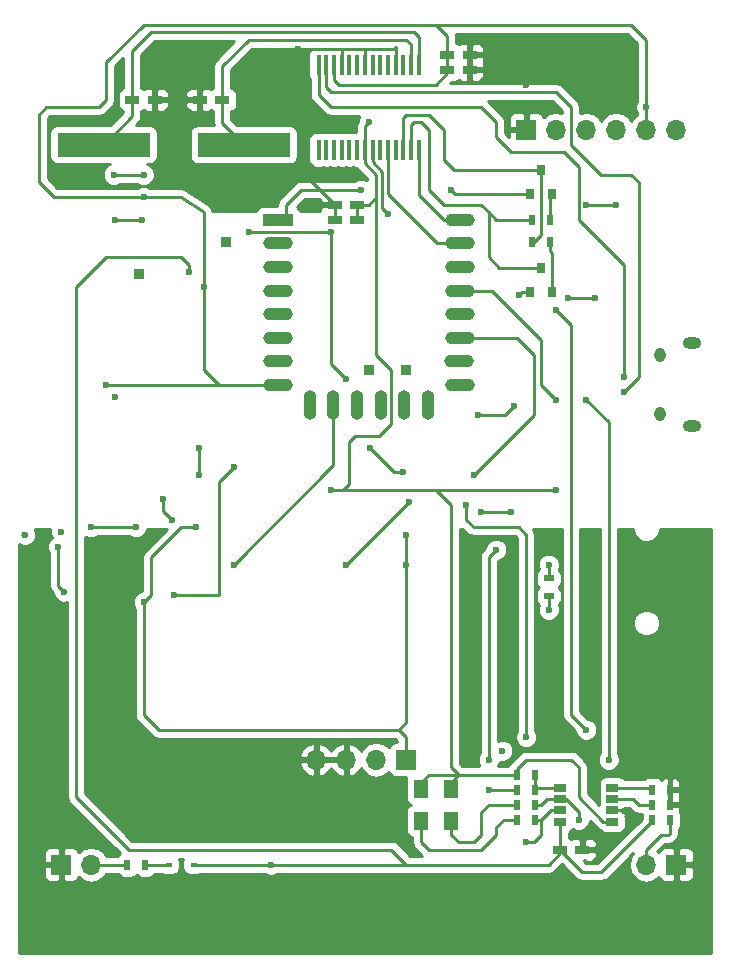
<source format=gbl>
G04 #@! TF.FileFunction,Copper,L2,Bot,Signal*
%FSLAX46Y46*%
G04 Gerber Fmt 4.6, Leading zero omitted, Abs format (unit mm)*
G04 Created by KiCad (PCBNEW 4.0.6) date 01/13/18 12:32:36*
%MOMM*%
%LPD*%
G01*
G04 APERTURE LIST*
%ADD10C,0.100000*%
%ADD11R,7.875000X2.000000*%
%ADD12R,1.200000X0.750000*%
%ADD13R,1.300000X1.500000*%
%ADD14R,1.700000X1.700000*%
%ADD15O,1.700000X1.700000*%
%ADD16O,0.950000X1.250000*%
%ADD17O,1.550000X1.000000*%
%ADD18R,0.800000X0.900000*%
%ADD19R,0.900000X0.500000*%
%ADD20R,0.500000X0.900000*%
%ADD21R,0.600000X0.450000*%
%ADD22R,0.850000X0.850000*%
%ADD23R,0.450000X1.750000*%
%ADD24R,2.500000X1.100000*%
%ADD25O,2.500000X1.100000*%
%ADD26O,1.100000X2.500000*%
%ADD27R,1.000000X0.700000*%
%ADD28C,0.600000*%
%ADD29C,0.250000*%
%ADD30C,0.254000*%
G04 APERTURE END LIST*
D10*
D11*
X37877500Y-40640000D03*
X49752500Y-40640000D03*
D12*
X40325000Y-36830000D03*
X42225000Y-36830000D03*
X47940000Y-36830000D03*
X46040000Y-36830000D03*
X59370000Y-46990000D03*
X57470000Y-46990000D03*
X59370000Y-45720000D03*
X57470000Y-45720000D03*
X66995000Y-33020000D03*
X68895000Y-33020000D03*
X66995000Y-34290000D03*
X68895000Y-34290000D03*
X76520000Y-100330000D03*
X78420000Y-100330000D03*
D13*
X67310000Y-97870000D03*
X67310000Y-95170000D03*
X64770000Y-97870000D03*
X64770000Y-95170000D03*
D14*
X63500000Y-92710000D03*
D15*
X60960000Y-92710000D03*
X58420000Y-92710000D03*
X55880000Y-92710000D03*
D14*
X73660000Y-39370000D03*
D15*
X76200000Y-39370000D03*
X78740000Y-39370000D03*
X81280000Y-39370000D03*
X83820000Y-39370000D03*
X86360000Y-39370000D03*
D14*
X34290000Y-101600000D03*
D15*
X36830000Y-101600000D03*
D14*
X86360000Y-101600000D03*
D15*
X83820000Y-101600000D03*
D16*
X85010000Y-63460000D03*
X85010000Y-58460000D03*
D17*
X87710000Y-64460000D03*
X87710000Y-57460000D03*
D18*
X75880000Y-44815000D03*
X73980000Y-44815000D03*
X74930000Y-42815000D03*
X75880000Y-53070000D03*
X73980000Y-53070000D03*
X74930000Y-51070000D03*
D19*
X75565000Y-78855000D03*
X75565000Y-77355000D03*
D20*
X75680000Y-46990000D03*
X74180000Y-46990000D03*
X75680000Y-48895000D03*
X74180000Y-48895000D03*
X84340000Y-95250000D03*
X85840000Y-95250000D03*
X84340000Y-96520000D03*
X85840000Y-96520000D03*
X72910000Y-93980000D03*
X74410000Y-93980000D03*
X72910000Y-95250000D03*
X74410000Y-95250000D03*
X72910000Y-96520000D03*
X74410000Y-96520000D03*
X72910000Y-97790000D03*
X74410000Y-97790000D03*
X41390000Y-101600000D03*
X39890000Y-101600000D03*
X84340000Y-97790000D03*
X85840000Y-97790000D03*
D21*
X45500000Y-101600000D03*
X43400000Y-101600000D03*
D22*
X63500000Y-59690000D03*
X48260000Y-48895000D03*
X60325000Y-59690000D03*
X40894000Y-51562000D03*
D23*
X64550000Y-41065000D03*
X63900000Y-41065000D03*
X63250000Y-41065000D03*
X62600000Y-41065000D03*
X61950000Y-41065000D03*
X61300000Y-41065000D03*
X60650000Y-41065000D03*
X60000000Y-41065000D03*
X59350000Y-41065000D03*
X58700000Y-41065000D03*
X58050000Y-41065000D03*
X57400000Y-41065000D03*
X56750000Y-41065000D03*
X56100000Y-41065000D03*
X56100000Y-33865000D03*
X56750000Y-33865000D03*
X57400000Y-33865000D03*
X58050000Y-33865000D03*
X58700000Y-33865000D03*
X59350000Y-33865000D03*
X60000000Y-33865000D03*
X60650000Y-33865000D03*
X61300000Y-33865000D03*
X61950000Y-33865000D03*
X62600000Y-33865000D03*
X63250000Y-33865000D03*
X63900000Y-33865000D03*
X64550000Y-33865000D03*
D24*
X52640000Y-46990000D03*
D25*
X52640000Y-48990000D03*
X52640000Y-50990000D03*
X52640000Y-52990000D03*
X52640000Y-54990000D03*
X52640000Y-56990000D03*
X52640000Y-58990000D03*
X52640000Y-60990000D03*
X68040000Y-60990000D03*
X67940000Y-58990000D03*
X68040000Y-56990000D03*
X68040000Y-54990000D03*
X68040000Y-52990000D03*
X68040000Y-50990000D03*
X68040000Y-48990000D03*
X68040000Y-46990000D03*
D26*
X55330000Y-62690000D03*
X57330000Y-62690000D03*
X59330000Y-62690000D03*
X61330000Y-62690000D03*
X63330000Y-62690000D03*
X65330000Y-62690000D03*
D27*
X76540000Y-95093000D03*
X76540000Y-96045000D03*
X76540000Y-96995000D03*
X76540000Y-97947000D03*
X80940000Y-97947000D03*
X80940000Y-96995000D03*
X80940000Y-96045000D03*
X80940000Y-95093000D03*
D28*
X34036000Y-74676000D03*
X34544000Y-78486000D03*
X34290000Y-73406000D03*
X58420000Y-76200000D03*
X63754000Y-70866000D03*
X31242000Y-73660000D03*
X71628000Y-91948000D03*
X83820000Y-37465000D03*
X75565000Y-76200000D03*
X63500000Y-76200000D03*
X63500000Y-73660000D03*
X41275000Y-45085000D03*
X41275000Y-79375000D03*
X45720000Y-73025000D03*
X46355000Y-52705000D03*
X38100000Y-60960000D03*
X58420000Y-60452000D03*
X57150000Y-48006000D03*
X50165000Y-48006000D03*
X73660000Y-35560000D03*
X77216000Y-53594000D03*
X79502000Y-53594000D03*
X42926000Y-70612000D03*
X43688000Y-72390000D03*
X38862000Y-46990000D03*
X41148000Y-46990000D03*
X72644000Y-62738000D03*
X69596000Y-63500000D03*
X80010000Y-103632000D03*
X80010000Y-100330000D03*
X38862000Y-61976000D03*
X45974000Y-66294000D03*
X45974000Y-68580000D03*
X42164000Y-33274000D03*
X69215000Y-80960000D03*
X71882000Y-79502000D03*
X54356000Y-32512000D03*
X71374000Y-33020000D03*
X57404000Y-45720000D03*
X61976000Y-46482000D03*
X36830000Y-80518000D03*
X39370000Y-76200000D03*
X60325000Y-38735000D03*
X48895000Y-67945000D03*
X43815000Y-78740000D03*
X57150000Y-69850000D03*
X76200000Y-69850000D03*
X59690000Y-44450000D03*
X67310000Y-44450000D03*
X40640000Y-73025000D03*
X36830000Y-73025000D03*
X45085000Y-51435000D03*
X52070000Y-101600000D03*
X72390000Y-71755000D03*
X69850000Y-71755000D03*
X75565000Y-80010000D03*
X71120000Y-74930000D03*
X70485000Y-95250000D03*
X70485000Y-92710000D03*
X63246000Y-68326000D03*
X60452000Y-66294000D03*
X81915000Y-61595000D03*
X81915000Y-60325000D03*
X73025000Y-53340000D03*
X73660000Y-99695000D03*
X73660000Y-90805000D03*
X68580000Y-71120000D03*
X69215000Y-68580000D03*
X48895000Y-76200000D03*
X78105000Y-97790000D03*
X80645000Y-92710000D03*
X78740000Y-62230000D03*
X76200000Y-62230000D03*
X78740000Y-45720000D03*
X81280000Y-45720000D03*
X41275000Y-43180000D03*
X38735000Y-43180000D03*
X78740000Y-90170000D03*
X76200000Y-54610000D03*
X40894000Y-51562000D03*
D29*
X34036000Y-77978000D02*
X34036000Y-74676000D01*
X34544000Y-78486000D02*
X34036000Y-77978000D01*
X63754000Y-70866000D02*
X58420000Y-76200000D01*
X30988000Y-73660000D02*
X31242000Y-73660000D01*
X83820000Y-39370000D02*
X83820000Y-37465000D01*
X83820000Y-37465000D02*
X83820000Y-31750000D01*
X82550000Y-30480000D02*
X66040000Y-30480000D01*
X83820000Y-31750000D02*
X82550000Y-30480000D01*
X75565000Y-77355000D02*
X75565000Y-76200000D01*
X63500000Y-76200000D02*
X63500000Y-89535000D01*
X63500000Y-89535000D02*
X62865000Y-90170000D01*
X63500000Y-73660000D02*
X63500000Y-76200000D01*
X63500000Y-92710000D02*
X63500000Y-90805000D01*
X63500000Y-90805000D02*
X62865000Y-90170000D01*
X41275000Y-88900000D02*
X41275000Y-79375000D01*
X62865000Y-90170000D02*
X42545000Y-90170000D01*
X42545000Y-90170000D02*
X41275000Y-88900000D01*
X46355000Y-52705000D02*
X46355000Y-59690000D01*
X46355000Y-59690000D02*
X47655000Y-60990000D01*
X41275000Y-79375000D02*
X41910000Y-78740000D01*
X44450000Y-73025000D02*
X45720000Y-73025000D01*
X41910000Y-75565000D02*
X44450000Y-73025000D01*
X41910000Y-78740000D02*
X41910000Y-75565000D01*
X66995000Y-33020000D02*
X66995000Y-31435000D01*
X66995000Y-31435000D02*
X66040000Y-30480000D01*
X46355000Y-46355000D02*
X46355000Y-52705000D01*
X44450000Y-45085000D02*
X46355000Y-46355000D01*
X33655000Y-45085000D02*
X41275000Y-45085000D01*
X66040000Y-30480000D02*
X41275000Y-30480000D01*
X41275000Y-30480000D02*
X38100000Y-33655000D01*
X38100000Y-33655000D02*
X38100000Y-36830000D01*
X38100000Y-36830000D02*
X37465000Y-37465000D01*
X37465000Y-37465000D02*
X33020000Y-37465000D01*
X33020000Y-37465000D02*
X32385000Y-38100000D01*
X32385000Y-38100000D02*
X32385000Y-43815000D01*
X32385000Y-43815000D02*
X33655000Y-45085000D01*
X41275000Y-45085000D02*
X44450000Y-45085000D01*
X66995000Y-34290000D02*
X66995000Y-33020000D01*
X57400000Y-33865000D02*
X57400000Y-35175000D01*
X66040000Y-35560000D02*
X66995000Y-34605000D01*
X57785000Y-35560000D02*
X66040000Y-35560000D01*
X57400000Y-35175000D02*
X57785000Y-35560000D01*
X66995000Y-34605000D02*
X66995000Y-34290000D01*
X38100000Y-60960000D02*
X38130000Y-60990000D01*
X38130000Y-60990000D02*
X47655000Y-60990000D01*
X47655000Y-60990000D02*
X53340000Y-60990000D01*
X57150000Y-48006000D02*
X57150000Y-59182000D01*
X57150000Y-59182000D02*
X58420000Y-60452000D01*
X57150000Y-48006000D02*
X50165000Y-48006000D01*
X54356000Y-32512000D02*
X54356000Y-42606000D01*
X54356000Y-42606000D02*
X57470000Y-45720000D01*
X73152000Y-33020000D02*
X71374000Y-33020000D01*
X73660000Y-33528000D02*
X73152000Y-33020000D01*
X73660000Y-35560000D02*
X73660000Y-33528000D01*
X79502000Y-53594000D02*
X77216000Y-53594000D01*
X42926000Y-71628000D02*
X42926000Y-70612000D01*
X43688000Y-72390000D02*
X42926000Y-71628000D01*
X38862000Y-46990000D02*
X41148000Y-46990000D01*
X71882000Y-63500000D02*
X69596000Y-63500000D01*
X71882000Y-63500000D02*
X72644000Y-62738000D01*
X78420000Y-100330000D02*
X80010000Y-100330000D01*
X86360000Y-103886000D02*
X86360000Y-101600000D01*
X85852000Y-104394000D02*
X86360000Y-103886000D01*
X80772000Y-104394000D02*
X85852000Y-104394000D01*
X80010000Y-103632000D02*
X80772000Y-104394000D01*
X45974000Y-68580000D02*
X45974000Y-66294000D01*
X73660000Y-39370000D02*
X72390000Y-39370000D01*
X73660000Y-39370000D02*
X73660000Y-38100000D01*
X42225000Y-33335000D02*
X42164000Y-33274000D01*
X42225000Y-36830000D02*
X42225000Y-33335000D01*
X42225000Y-36830000D02*
X46040000Y-36830000D01*
X57470000Y-46990000D02*
X57470000Y-45720000D01*
X80940000Y-96995000D02*
X81755000Y-96995000D01*
X81755000Y-96995000D02*
X81788000Y-97028000D01*
X69342000Y-81026000D02*
X69281000Y-81026000D01*
X69281000Y-81026000D02*
X69215000Y-80960000D01*
X54356000Y-32512000D02*
X57912000Y-32512000D01*
X68895000Y-33020000D02*
X71374000Y-33020000D01*
X58050000Y-33865000D02*
X58050000Y-32512000D01*
X58050000Y-32512000D02*
X57912000Y-32512000D01*
X60000000Y-33865000D02*
X60000000Y-32512000D01*
X60000000Y-32512000D02*
X59944000Y-32512000D01*
X62600000Y-33865000D02*
X62600000Y-32374000D01*
X62462000Y-32512000D02*
X59944000Y-32512000D01*
X59944000Y-32512000D02*
X57912000Y-32512000D01*
X62600000Y-32374000D02*
X62462000Y-32512000D01*
X57404000Y-45720000D02*
X57470000Y-45720000D01*
X60650000Y-41065000D02*
X60650000Y-42108000D01*
X61468000Y-45974000D02*
X61976000Y-46482000D01*
X61468000Y-42926000D02*
X61468000Y-45974000D01*
X60650000Y-42108000D02*
X61468000Y-42926000D01*
X68895000Y-33020000D02*
X68895000Y-34290000D01*
X38100000Y-80518000D02*
X36830000Y-80518000D01*
X39370000Y-79248000D02*
X38100000Y-80518000D01*
X39370000Y-76200000D02*
X39370000Y-79248000D01*
X40325000Y-36830000D02*
X40325000Y-38192500D01*
X40325000Y-38192500D02*
X37877500Y-40640000D01*
X40325000Y-36830000D02*
X40325000Y-32700000D01*
X64550000Y-31530000D02*
X64550000Y-33865000D01*
X64135000Y-31115000D02*
X64550000Y-31530000D01*
X41910000Y-31115000D02*
X64135000Y-31115000D01*
X40325000Y-32700000D02*
X41910000Y-31115000D01*
X38100000Y-40417500D02*
X37877500Y-40640000D01*
X36195000Y-40640000D02*
X37877500Y-40640000D01*
X47940000Y-36830000D02*
X47940000Y-38827500D01*
X47940000Y-38827500D02*
X49752500Y-40640000D01*
X47940000Y-36830000D02*
X47940000Y-33975000D01*
X63900000Y-32150000D02*
X63900000Y-33865000D01*
X63500000Y-31750000D02*
X63900000Y-32150000D01*
X50165000Y-31750000D02*
X63500000Y-31750000D01*
X47940000Y-33975000D02*
X50165000Y-31750000D01*
X47940000Y-36830000D02*
X48260000Y-36830000D01*
X50800000Y-40640000D02*
X49752500Y-40640000D01*
X62230000Y-64262000D02*
X61214000Y-65278000D01*
X58674000Y-69342000D02*
X58166000Y-69850000D01*
X58674000Y-65786000D02*
X58674000Y-69342000D01*
X59182000Y-65278000D02*
X58674000Y-65786000D01*
X61214000Y-65278000D02*
X59182000Y-65278000D01*
X60000000Y-41065000D02*
X60000000Y-39060000D01*
X60000000Y-39060000D02*
X60325000Y-38735000D01*
X47625000Y-69215000D02*
X48895000Y-67945000D01*
X47625000Y-78740000D02*
X47625000Y-69215000D01*
X43815000Y-78740000D02*
X47625000Y-78740000D01*
X67945000Y-93980000D02*
X67310000Y-93345000D01*
X67310000Y-71120000D02*
X66040000Y-69850000D01*
X67310000Y-93345000D02*
X67310000Y-71120000D01*
X80940000Y-97947000D02*
X80167000Y-97947000D01*
X72910000Y-93460000D02*
X72910000Y-93980000D01*
X73660000Y-92710000D02*
X72910000Y-93460000D01*
X77470000Y-92710000D02*
X73660000Y-92710000D01*
X78105000Y-93345000D02*
X77470000Y-92710000D01*
X78105000Y-95885000D02*
X78105000Y-93345000D01*
X80167000Y-97947000D02*
X78105000Y-95885000D01*
X67945000Y-93980000D02*
X65405000Y-93980000D01*
X65405000Y-93980000D02*
X64770000Y-94615000D01*
X64770000Y-94615000D02*
X64770000Y-95170000D01*
X72910000Y-93980000D02*
X67945000Y-93980000D01*
X67945000Y-93980000D02*
X67310000Y-94615000D01*
X67310000Y-94615000D02*
X67310000Y-95170000D01*
X59370000Y-46990000D02*
X59370000Y-45720000D01*
X59370000Y-45720000D02*
X60325000Y-45720000D01*
X60325000Y-45720000D02*
X60960000Y-45085000D01*
X60000000Y-41065000D02*
X60000000Y-42220000D01*
X60960000Y-43180000D02*
X60960000Y-45085000D01*
X60000000Y-42220000D02*
X60960000Y-43180000D01*
X60960000Y-45085000D02*
X60960000Y-58420000D01*
X60960000Y-58420000D02*
X62230000Y-59690000D01*
X62230000Y-59690000D02*
X62230000Y-64262000D01*
X57150000Y-69850000D02*
X58166000Y-69850000D01*
X58166000Y-69850000D02*
X63500000Y-69850000D01*
X66040000Y-69850000D02*
X76200000Y-69850000D01*
X63500000Y-69850000D02*
X66040000Y-69850000D01*
X73980000Y-44815000D02*
X67675000Y-44815000D01*
X53340000Y-45720000D02*
X53340000Y-46990000D01*
X54610000Y-44450000D02*
X53340000Y-45720000D01*
X59690000Y-44450000D02*
X54610000Y-44450000D01*
X67675000Y-44815000D02*
X67310000Y-44450000D01*
X36830000Y-73025000D02*
X40640000Y-73025000D01*
X62230000Y-100330000D02*
X63500000Y-101600000D01*
X40005000Y-100330000D02*
X62230000Y-100330000D01*
X35560000Y-95885000D02*
X40005000Y-100330000D01*
X35560000Y-52705000D02*
X35560000Y-95885000D01*
X38100000Y-50165000D02*
X35560000Y-52705000D01*
X44450000Y-50165000D02*
X38100000Y-50165000D01*
X45085000Y-50800000D02*
X44450000Y-50165000D01*
X45085000Y-51435000D02*
X45085000Y-50800000D01*
X45500000Y-101600000D02*
X52070000Y-101600000D01*
X52070000Y-101600000D02*
X63500000Y-101600000D01*
X63500000Y-101600000D02*
X75565000Y-101600000D01*
X75565000Y-101600000D02*
X76520000Y-100645000D01*
X76520000Y-100645000D02*
X76520000Y-100330000D01*
X76520000Y-100330000D02*
X76520000Y-97967000D01*
X76520000Y-97967000D02*
X76540000Y-97947000D01*
X84340000Y-97790000D02*
X84340000Y-97905000D01*
X84340000Y-97905000D02*
X80010000Y-102235000D01*
X80010000Y-102235000D02*
X78425000Y-102235000D01*
X78425000Y-102235000D02*
X76520000Y-100330000D01*
X67310000Y-97870000D02*
X67310000Y-99060000D01*
X70485000Y-96520000D02*
X72910000Y-96520000D01*
X69850000Y-97155000D02*
X70485000Y-96520000D01*
X69850000Y-99060000D02*
X69850000Y-97155000D01*
X69215000Y-99695000D02*
X69850000Y-99060000D01*
X67945000Y-99695000D02*
X69215000Y-99695000D01*
X67310000Y-99060000D02*
X67945000Y-99695000D01*
X72910000Y-97790000D02*
X71755000Y-97790000D01*
X64770000Y-99695000D02*
X65405000Y-100330000D01*
X65405000Y-100330000D02*
X69850000Y-100330000D01*
X69850000Y-100330000D02*
X71120000Y-99060000D01*
X71120000Y-99060000D02*
X71120000Y-98425000D01*
X71120000Y-98425000D02*
X71755000Y-97790000D01*
X64770000Y-99695000D02*
X64770000Y-97870000D01*
X72390000Y-71755000D02*
X69850000Y-71755000D01*
X75565000Y-80010000D02*
X75565000Y-78855000D01*
X72910000Y-95250000D02*
X70485000Y-95250000D01*
X70485000Y-75565000D02*
X70485000Y-92710000D01*
X70485000Y-75565000D02*
X71120000Y-74930000D01*
X62484000Y-68326000D02*
X63246000Y-68326000D01*
X60452000Y-66294000D02*
X62484000Y-68326000D01*
X36830000Y-101600000D02*
X39890000Y-101600000D01*
X83820000Y-101600000D02*
X83820000Y-100330000D01*
X85840000Y-98945000D02*
X85840000Y-97790000D01*
X85725000Y-99060000D02*
X85840000Y-98945000D01*
X85090000Y-99060000D02*
X85725000Y-99060000D01*
X83820000Y-100330000D02*
X85090000Y-99060000D01*
X56750000Y-34925000D02*
X56750000Y-35795000D01*
X57150000Y-36195000D02*
X57785000Y-36195000D01*
X56750000Y-35795000D02*
X57150000Y-36195000D01*
X56750000Y-33865000D02*
X56750000Y-34925000D01*
X57785000Y-36195000D02*
X76200000Y-36195000D01*
X76200000Y-36195000D02*
X77470000Y-37465000D01*
X77470000Y-37465000D02*
X77470000Y-40640000D01*
X77470000Y-40640000D02*
X80010000Y-43180000D01*
X80010000Y-43180000D02*
X82550000Y-43180000D01*
X82550000Y-43180000D02*
X83185000Y-43815000D01*
X83185000Y-43815000D02*
X83185000Y-60325000D01*
X83185000Y-60325000D02*
X81915000Y-61595000D01*
X56100000Y-35560000D02*
X56100000Y-36415000D01*
X57150000Y-37465000D02*
X57785000Y-37465000D01*
X56100000Y-36415000D02*
X57150000Y-37465000D01*
X69850000Y-37465000D02*
X71120000Y-38735000D01*
X57785000Y-37465000D02*
X69850000Y-37465000D01*
X81915000Y-60325000D02*
X81915000Y-50800000D01*
X81915000Y-50800000D02*
X78105000Y-46990000D01*
X78105000Y-46990000D02*
X78105000Y-42545000D01*
X78105000Y-42545000D02*
X76835000Y-41275000D01*
X76835000Y-41275000D02*
X72390000Y-41275000D01*
X72390000Y-41275000D02*
X71120000Y-40005000D01*
X71120000Y-40005000D02*
X71120000Y-38735000D01*
X56100000Y-35560000D02*
X56100000Y-33865000D01*
X75680000Y-46990000D02*
X75680000Y-45015000D01*
X75680000Y-45015000D02*
X75880000Y-44815000D01*
X63250000Y-41065000D02*
X63250000Y-38350000D01*
X67580000Y-42815000D02*
X74930000Y-42815000D01*
X66675000Y-41910000D02*
X67580000Y-42815000D01*
X66675000Y-39370000D02*
X66675000Y-41910000D01*
X65405000Y-38100000D02*
X66675000Y-39370000D01*
X63500000Y-38100000D02*
X65405000Y-38100000D01*
X63250000Y-38350000D02*
X63500000Y-38100000D01*
X74180000Y-48895000D02*
X74295000Y-48895000D01*
X74295000Y-48895000D02*
X74930000Y-48260000D01*
X74930000Y-48260000D02*
X74930000Y-42815000D01*
X75680000Y-48895000D02*
X75680000Y-49645000D01*
X75880000Y-49845000D02*
X75880000Y-53070000D01*
X75680000Y-49645000D02*
X75880000Y-49845000D01*
X73295000Y-53070000D02*
X73980000Y-53070000D01*
X73025000Y-53340000D02*
X73295000Y-53070000D01*
X74180000Y-46990000D02*
X71120000Y-46990000D01*
X71120000Y-46990000D02*
X70485000Y-46355000D01*
X63900000Y-41065000D02*
X63900000Y-38970000D01*
X71390000Y-51070000D02*
X74930000Y-51070000D01*
X70485000Y-50165000D02*
X71390000Y-51070000D01*
X70485000Y-46355000D02*
X70485000Y-50165000D01*
X69850000Y-45720000D02*
X70485000Y-46355000D01*
X66675000Y-45720000D02*
X69850000Y-45720000D01*
X65405000Y-44450000D02*
X66675000Y-45720000D01*
X65405000Y-39370000D02*
X65405000Y-44450000D01*
X64770000Y-38735000D02*
X65405000Y-39370000D01*
X64135000Y-38735000D02*
X64770000Y-38735000D01*
X63900000Y-38970000D02*
X64135000Y-38735000D01*
X67340000Y-56990000D02*
X72865000Y-56990000D01*
X74930000Y-99060000D02*
X74930000Y-97790000D01*
X74295000Y-99695000D02*
X74930000Y-99060000D01*
X73660000Y-99695000D02*
X74295000Y-99695000D01*
X73660000Y-73660000D02*
X73660000Y-90805000D01*
X73025000Y-73025000D02*
X73660000Y-73660000D01*
X69215000Y-73025000D02*
X73025000Y-73025000D01*
X68580000Y-72390000D02*
X69215000Y-73025000D01*
X68580000Y-71120000D02*
X68580000Y-72390000D01*
X74295000Y-63500000D02*
X69215000Y-68580000D01*
X74295000Y-58420000D02*
X74295000Y-63500000D01*
X72865000Y-56990000D02*
X74295000Y-58420000D01*
X76540000Y-96995000D02*
X75725000Y-96995000D01*
X75725000Y-96995000D02*
X74930000Y-97790000D01*
X74930000Y-97790000D02*
X74410000Y-97790000D01*
X57330000Y-61990000D02*
X57330000Y-67765000D01*
X57330000Y-67765000D02*
X48895000Y-76200000D01*
X80940000Y-95093000D02*
X84183000Y-95093000D01*
X84183000Y-95093000D02*
X84340000Y-95250000D01*
X80940000Y-96045000D02*
X82710000Y-96045000D01*
X83185000Y-96520000D02*
X84340000Y-96520000D01*
X82710000Y-96045000D02*
X83185000Y-96520000D01*
X74410000Y-93980000D02*
X74410000Y-95250000D01*
X76540000Y-95093000D02*
X74567000Y-95093000D01*
X74567000Y-95093000D02*
X74410000Y-95250000D01*
X67340000Y-52990000D02*
X70770000Y-52990000D01*
X78105000Y-97155000D02*
X76995000Y-96045000D01*
X78105000Y-97790000D02*
X78105000Y-97155000D01*
X80645000Y-64135000D02*
X80645000Y-92710000D01*
X78740000Y-62230000D02*
X80645000Y-64135000D01*
X74930000Y-60960000D02*
X76200000Y-62230000D01*
X74930000Y-57150000D02*
X74930000Y-60960000D01*
X70770000Y-52990000D02*
X74930000Y-57150000D01*
X76995000Y-96045000D02*
X76540000Y-96045000D01*
X76540000Y-96045000D02*
X75405000Y-96045000D01*
X74930000Y-96520000D02*
X74410000Y-96520000D01*
X75405000Y-96045000D02*
X74930000Y-96520000D01*
X41390000Y-101600000D02*
X43400000Y-101600000D01*
X67340000Y-46990000D02*
X66675000Y-46990000D01*
X64550000Y-44865000D02*
X64550000Y-41065000D01*
X66675000Y-46990000D02*
X64550000Y-44865000D01*
X81280000Y-45720000D02*
X78740000Y-45720000D01*
X67340000Y-48990000D02*
X66135000Y-48990000D01*
X61950000Y-44805000D02*
X61950000Y-41065000D01*
X66135000Y-48990000D02*
X61950000Y-44805000D01*
X38735000Y-43180000D02*
X41275000Y-43180000D01*
X77470000Y-88900000D02*
X78740000Y-90170000D01*
X77470000Y-55880000D02*
X77470000Y-88900000D01*
X76200000Y-54610000D02*
X77470000Y-55880000D01*
D30*
G36*
X47402599Y-33437599D02*
X47237852Y-33684161D01*
X47180000Y-33975000D01*
X47180000Y-35837666D01*
X47104683Y-35851838D01*
X47001354Y-35918329D01*
X46999698Y-35916673D01*
X46766309Y-35820000D01*
X46325750Y-35820000D01*
X46167000Y-35978750D01*
X46167000Y-36703000D01*
X46187000Y-36703000D01*
X46187000Y-36957000D01*
X46167000Y-36957000D01*
X46167000Y-37681250D01*
X46325750Y-37840000D01*
X46766309Y-37840000D01*
X46999698Y-37743327D01*
X47001068Y-37741957D01*
X47088110Y-37801431D01*
X47180000Y-37820039D01*
X47180000Y-38827500D01*
X47212833Y-38992560D01*
X45815000Y-38992560D01*
X45579683Y-39036838D01*
X45363559Y-39175910D01*
X45218569Y-39388110D01*
X45167560Y-39640000D01*
X45167560Y-41640000D01*
X45211838Y-41875317D01*
X45350910Y-42091441D01*
X45563110Y-42236431D01*
X45815000Y-42287440D01*
X53690000Y-42287440D01*
X53925317Y-42243162D01*
X54141441Y-42104090D01*
X54286431Y-41891890D01*
X54337440Y-41640000D01*
X54337440Y-39640000D01*
X54293162Y-39404683D01*
X54154090Y-39188559D01*
X53941890Y-39043569D01*
X53690000Y-38992560D01*
X49179862Y-38992560D01*
X48700000Y-38512698D01*
X48700000Y-37822334D01*
X48775317Y-37808162D01*
X48991441Y-37669090D01*
X49136431Y-37456890D01*
X49187440Y-37205000D01*
X49187440Y-36455000D01*
X49143162Y-36219683D01*
X49004090Y-36003559D01*
X48791890Y-35858569D01*
X48700000Y-35839961D01*
X48700000Y-34289802D01*
X50479802Y-32510000D01*
X55448284Y-32510000D01*
X55423559Y-32525910D01*
X55278569Y-32738110D01*
X55227560Y-32990000D01*
X55227560Y-34740000D01*
X55271838Y-34975317D01*
X55340000Y-35081244D01*
X55340000Y-36415000D01*
X55397852Y-36705839D01*
X55562599Y-36952401D01*
X56612599Y-38002401D01*
X56859160Y-38167148D01*
X57150000Y-38225000D01*
X59524367Y-38225000D01*
X59390162Y-38548201D01*
X59390090Y-38631117D01*
X59297852Y-38769161D01*
X59240000Y-39060000D01*
X59240000Y-39542560D01*
X59125000Y-39542560D01*
X59021329Y-39562067D01*
X58925000Y-39542560D01*
X58475000Y-39542560D01*
X58371329Y-39562067D01*
X58275000Y-39542560D01*
X57825000Y-39542560D01*
X57721329Y-39562067D01*
X57625000Y-39542560D01*
X57175000Y-39542560D01*
X57071329Y-39562067D01*
X56975000Y-39542560D01*
X56525000Y-39542560D01*
X56421329Y-39562067D01*
X56325000Y-39542560D01*
X55875000Y-39542560D01*
X55639683Y-39586838D01*
X55423559Y-39725910D01*
X55278569Y-39938110D01*
X55227560Y-40190000D01*
X55227560Y-41940000D01*
X55271838Y-42175317D01*
X55410910Y-42391441D01*
X55623110Y-42536431D01*
X55875000Y-42587440D01*
X56325000Y-42587440D01*
X56428671Y-42567933D01*
X56525000Y-42587440D01*
X56975000Y-42587440D01*
X57078671Y-42567933D01*
X57175000Y-42587440D01*
X57625000Y-42587440D01*
X57728671Y-42567933D01*
X57825000Y-42587440D01*
X58275000Y-42587440D01*
X58378671Y-42567933D01*
X58475000Y-42587440D01*
X58925000Y-42587440D01*
X59028671Y-42567933D01*
X59125000Y-42587440D01*
X59349035Y-42587440D01*
X59462599Y-42757401D01*
X60200000Y-43494802D01*
X60200000Y-43649367D01*
X59876799Y-43515162D01*
X59504833Y-43514838D01*
X59161057Y-43656883D01*
X59127882Y-43690000D01*
X54610000Y-43690000D01*
X54319160Y-43747852D01*
X54072599Y-43912599D01*
X52802599Y-45182599D01*
X52637852Y-45429161D01*
X52580000Y-45720000D01*
X52580000Y-45792560D01*
X51390000Y-45792560D01*
X51154683Y-45836838D01*
X50938559Y-45975910D01*
X50793569Y-46188110D01*
X50785491Y-46228000D01*
X47100264Y-46228000D01*
X47100241Y-46205952D01*
X47071675Y-46137190D01*
X47057148Y-46064161D01*
X47015342Y-46001594D01*
X46986474Y-45932106D01*
X46933769Y-45879511D01*
X46892401Y-45817599D01*
X46829835Y-45775794D01*
X46776572Y-45722642D01*
X44871572Y-44452642D01*
X44802749Y-44424219D01*
X44740839Y-44382852D01*
X44667038Y-44368172D01*
X44597489Y-44339449D01*
X44523031Y-44339527D01*
X44450000Y-44325000D01*
X41837463Y-44325000D01*
X41805327Y-44292808D01*
X41461799Y-44150162D01*
X41089833Y-44149838D01*
X40746057Y-44291883D01*
X40712882Y-44325000D01*
X33969802Y-44325000D01*
X33145000Y-43500198D01*
X33145000Y-38414802D01*
X33334802Y-38225000D01*
X37465000Y-38225000D01*
X37755839Y-38167148D01*
X38002401Y-38002401D01*
X38637401Y-37367401D01*
X38802148Y-37120839D01*
X38860000Y-36830000D01*
X38860000Y-33969802D01*
X39565000Y-33264802D01*
X39565000Y-35837666D01*
X39489683Y-35851838D01*
X39273559Y-35990910D01*
X39128569Y-36203110D01*
X39077560Y-36455000D01*
X39077560Y-37205000D01*
X39121838Y-37440317D01*
X39260910Y-37656441D01*
X39473110Y-37801431D01*
X39565000Y-37820039D01*
X39565000Y-37877698D01*
X38450138Y-38992560D01*
X33940000Y-38992560D01*
X33704683Y-39036838D01*
X33488559Y-39175910D01*
X33343569Y-39388110D01*
X33292560Y-39640000D01*
X33292560Y-41640000D01*
X33336838Y-41875317D01*
X33475910Y-42091441D01*
X33688110Y-42236431D01*
X33940000Y-42287440D01*
X38446728Y-42287440D01*
X38206057Y-42386883D01*
X37942808Y-42649673D01*
X37800162Y-42993201D01*
X37799838Y-43365167D01*
X37941883Y-43708943D01*
X38204673Y-43972192D01*
X38548201Y-44114838D01*
X38920167Y-44115162D01*
X39263943Y-43973117D01*
X39297118Y-43940000D01*
X40712537Y-43940000D01*
X40744673Y-43972192D01*
X41088201Y-44114838D01*
X41460167Y-44115162D01*
X41803943Y-43973117D01*
X42067192Y-43710327D01*
X42209838Y-43366799D01*
X42210162Y-42994833D01*
X42068117Y-42651057D01*
X41805327Y-42387808D01*
X41563615Y-42287440D01*
X41815000Y-42287440D01*
X42050317Y-42243162D01*
X42266441Y-42104090D01*
X42411431Y-41891890D01*
X42462440Y-41640000D01*
X42462440Y-39640000D01*
X42418162Y-39404683D01*
X42279090Y-39188559D01*
X42066890Y-39043569D01*
X41815000Y-38992560D01*
X40599742Y-38992560D01*
X40862401Y-38729901D01*
X41027148Y-38483339D01*
X41085000Y-38192500D01*
X41085000Y-37822334D01*
X41160317Y-37808162D01*
X41263646Y-37741671D01*
X41265302Y-37743327D01*
X41498691Y-37840000D01*
X41939250Y-37840000D01*
X42098000Y-37681250D01*
X42098000Y-36957000D01*
X42352000Y-36957000D01*
X42352000Y-37681250D01*
X42510750Y-37840000D01*
X42951309Y-37840000D01*
X43184698Y-37743327D01*
X43363327Y-37564699D01*
X43460000Y-37331310D01*
X43460000Y-37115750D01*
X44805000Y-37115750D01*
X44805000Y-37331310D01*
X44901673Y-37564699D01*
X45080302Y-37743327D01*
X45313691Y-37840000D01*
X45754250Y-37840000D01*
X45913000Y-37681250D01*
X45913000Y-36957000D01*
X44963750Y-36957000D01*
X44805000Y-37115750D01*
X43460000Y-37115750D01*
X43301250Y-36957000D01*
X42352000Y-36957000D01*
X42098000Y-36957000D01*
X42078000Y-36957000D01*
X42078000Y-36703000D01*
X42098000Y-36703000D01*
X42098000Y-35978750D01*
X42352000Y-35978750D01*
X42352000Y-36703000D01*
X43301250Y-36703000D01*
X43460000Y-36544250D01*
X43460000Y-36328690D01*
X44805000Y-36328690D01*
X44805000Y-36544250D01*
X44963750Y-36703000D01*
X45913000Y-36703000D01*
X45913000Y-35978750D01*
X45754250Y-35820000D01*
X45313691Y-35820000D01*
X45080302Y-35916673D01*
X44901673Y-36095301D01*
X44805000Y-36328690D01*
X43460000Y-36328690D01*
X43363327Y-36095301D01*
X43184698Y-35916673D01*
X42951309Y-35820000D01*
X42510750Y-35820000D01*
X42352000Y-35978750D01*
X42098000Y-35978750D01*
X41939250Y-35820000D01*
X41498691Y-35820000D01*
X41265302Y-35916673D01*
X41263932Y-35918043D01*
X41176890Y-35858569D01*
X41085000Y-35839961D01*
X41085000Y-33014802D01*
X42224803Y-31875000D01*
X48965198Y-31875000D01*
X47402599Y-33437599D01*
X47402599Y-33437599D01*
G37*
X47402599Y-33437599D02*
X47237852Y-33684161D01*
X47180000Y-33975000D01*
X47180000Y-35837666D01*
X47104683Y-35851838D01*
X47001354Y-35918329D01*
X46999698Y-35916673D01*
X46766309Y-35820000D01*
X46325750Y-35820000D01*
X46167000Y-35978750D01*
X46167000Y-36703000D01*
X46187000Y-36703000D01*
X46187000Y-36957000D01*
X46167000Y-36957000D01*
X46167000Y-37681250D01*
X46325750Y-37840000D01*
X46766309Y-37840000D01*
X46999698Y-37743327D01*
X47001068Y-37741957D01*
X47088110Y-37801431D01*
X47180000Y-37820039D01*
X47180000Y-38827500D01*
X47212833Y-38992560D01*
X45815000Y-38992560D01*
X45579683Y-39036838D01*
X45363559Y-39175910D01*
X45218569Y-39388110D01*
X45167560Y-39640000D01*
X45167560Y-41640000D01*
X45211838Y-41875317D01*
X45350910Y-42091441D01*
X45563110Y-42236431D01*
X45815000Y-42287440D01*
X53690000Y-42287440D01*
X53925317Y-42243162D01*
X54141441Y-42104090D01*
X54286431Y-41891890D01*
X54337440Y-41640000D01*
X54337440Y-39640000D01*
X54293162Y-39404683D01*
X54154090Y-39188559D01*
X53941890Y-39043569D01*
X53690000Y-38992560D01*
X49179862Y-38992560D01*
X48700000Y-38512698D01*
X48700000Y-37822334D01*
X48775317Y-37808162D01*
X48991441Y-37669090D01*
X49136431Y-37456890D01*
X49187440Y-37205000D01*
X49187440Y-36455000D01*
X49143162Y-36219683D01*
X49004090Y-36003559D01*
X48791890Y-35858569D01*
X48700000Y-35839961D01*
X48700000Y-34289802D01*
X50479802Y-32510000D01*
X55448284Y-32510000D01*
X55423559Y-32525910D01*
X55278569Y-32738110D01*
X55227560Y-32990000D01*
X55227560Y-34740000D01*
X55271838Y-34975317D01*
X55340000Y-35081244D01*
X55340000Y-36415000D01*
X55397852Y-36705839D01*
X55562599Y-36952401D01*
X56612599Y-38002401D01*
X56859160Y-38167148D01*
X57150000Y-38225000D01*
X59524367Y-38225000D01*
X59390162Y-38548201D01*
X59390090Y-38631117D01*
X59297852Y-38769161D01*
X59240000Y-39060000D01*
X59240000Y-39542560D01*
X59125000Y-39542560D01*
X59021329Y-39562067D01*
X58925000Y-39542560D01*
X58475000Y-39542560D01*
X58371329Y-39562067D01*
X58275000Y-39542560D01*
X57825000Y-39542560D01*
X57721329Y-39562067D01*
X57625000Y-39542560D01*
X57175000Y-39542560D01*
X57071329Y-39562067D01*
X56975000Y-39542560D01*
X56525000Y-39542560D01*
X56421329Y-39562067D01*
X56325000Y-39542560D01*
X55875000Y-39542560D01*
X55639683Y-39586838D01*
X55423559Y-39725910D01*
X55278569Y-39938110D01*
X55227560Y-40190000D01*
X55227560Y-41940000D01*
X55271838Y-42175317D01*
X55410910Y-42391441D01*
X55623110Y-42536431D01*
X55875000Y-42587440D01*
X56325000Y-42587440D01*
X56428671Y-42567933D01*
X56525000Y-42587440D01*
X56975000Y-42587440D01*
X57078671Y-42567933D01*
X57175000Y-42587440D01*
X57625000Y-42587440D01*
X57728671Y-42567933D01*
X57825000Y-42587440D01*
X58275000Y-42587440D01*
X58378671Y-42567933D01*
X58475000Y-42587440D01*
X58925000Y-42587440D01*
X59028671Y-42567933D01*
X59125000Y-42587440D01*
X59349035Y-42587440D01*
X59462599Y-42757401D01*
X60200000Y-43494802D01*
X60200000Y-43649367D01*
X59876799Y-43515162D01*
X59504833Y-43514838D01*
X59161057Y-43656883D01*
X59127882Y-43690000D01*
X54610000Y-43690000D01*
X54319160Y-43747852D01*
X54072599Y-43912599D01*
X52802599Y-45182599D01*
X52637852Y-45429161D01*
X52580000Y-45720000D01*
X52580000Y-45792560D01*
X51390000Y-45792560D01*
X51154683Y-45836838D01*
X50938559Y-45975910D01*
X50793569Y-46188110D01*
X50785491Y-46228000D01*
X47100264Y-46228000D01*
X47100241Y-46205952D01*
X47071675Y-46137190D01*
X47057148Y-46064161D01*
X47015342Y-46001594D01*
X46986474Y-45932106D01*
X46933769Y-45879511D01*
X46892401Y-45817599D01*
X46829835Y-45775794D01*
X46776572Y-45722642D01*
X44871572Y-44452642D01*
X44802749Y-44424219D01*
X44740839Y-44382852D01*
X44667038Y-44368172D01*
X44597489Y-44339449D01*
X44523031Y-44339527D01*
X44450000Y-44325000D01*
X41837463Y-44325000D01*
X41805327Y-44292808D01*
X41461799Y-44150162D01*
X41089833Y-44149838D01*
X40746057Y-44291883D01*
X40712882Y-44325000D01*
X33969802Y-44325000D01*
X33145000Y-43500198D01*
X33145000Y-38414802D01*
X33334802Y-38225000D01*
X37465000Y-38225000D01*
X37755839Y-38167148D01*
X38002401Y-38002401D01*
X38637401Y-37367401D01*
X38802148Y-37120839D01*
X38860000Y-36830000D01*
X38860000Y-33969802D01*
X39565000Y-33264802D01*
X39565000Y-35837666D01*
X39489683Y-35851838D01*
X39273559Y-35990910D01*
X39128569Y-36203110D01*
X39077560Y-36455000D01*
X39077560Y-37205000D01*
X39121838Y-37440317D01*
X39260910Y-37656441D01*
X39473110Y-37801431D01*
X39565000Y-37820039D01*
X39565000Y-37877698D01*
X38450138Y-38992560D01*
X33940000Y-38992560D01*
X33704683Y-39036838D01*
X33488559Y-39175910D01*
X33343569Y-39388110D01*
X33292560Y-39640000D01*
X33292560Y-41640000D01*
X33336838Y-41875317D01*
X33475910Y-42091441D01*
X33688110Y-42236431D01*
X33940000Y-42287440D01*
X38446728Y-42287440D01*
X38206057Y-42386883D01*
X37942808Y-42649673D01*
X37800162Y-42993201D01*
X37799838Y-43365167D01*
X37941883Y-43708943D01*
X38204673Y-43972192D01*
X38548201Y-44114838D01*
X38920167Y-44115162D01*
X39263943Y-43973117D01*
X39297118Y-43940000D01*
X40712537Y-43940000D01*
X40744673Y-43972192D01*
X41088201Y-44114838D01*
X41460167Y-44115162D01*
X41803943Y-43973117D01*
X42067192Y-43710327D01*
X42209838Y-43366799D01*
X42210162Y-42994833D01*
X42068117Y-42651057D01*
X41805327Y-42387808D01*
X41563615Y-42287440D01*
X41815000Y-42287440D01*
X42050317Y-42243162D01*
X42266441Y-42104090D01*
X42411431Y-41891890D01*
X42462440Y-41640000D01*
X42462440Y-39640000D01*
X42418162Y-39404683D01*
X42279090Y-39188559D01*
X42066890Y-39043569D01*
X41815000Y-38992560D01*
X40599742Y-38992560D01*
X40862401Y-38729901D01*
X41027148Y-38483339D01*
X41085000Y-38192500D01*
X41085000Y-37822334D01*
X41160317Y-37808162D01*
X41263646Y-37741671D01*
X41265302Y-37743327D01*
X41498691Y-37840000D01*
X41939250Y-37840000D01*
X42098000Y-37681250D01*
X42098000Y-36957000D01*
X42352000Y-36957000D01*
X42352000Y-37681250D01*
X42510750Y-37840000D01*
X42951309Y-37840000D01*
X43184698Y-37743327D01*
X43363327Y-37564699D01*
X43460000Y-37331310D01*
X43460000Y-37115750D01*
X44805000Y-37115750D01*
X44805000Y-37331310D01*
X44901673Y-37564699D01*
X45080302Y-37743327D01*
X45313691Y-37840000D01*
X45754250Y-37840000D01*
X45913000Y-37681250D01*
X45913000Y-36957000D01*
X44963750Y-36957000D01*
X44805000Y-37115750D01*
X43460000Y-37115750D01*
X43301250Y-36957000D01*
X42352000Y-36957000D01*
X42098000Y-36957000D01*
X42078000Y-36957000D01*
X42078000Y-36703000D01*
X42098000Y-36703000D01*
X42098000Y-35978750D01*
X42352000Y-35978750D01*
X42352000Y-36703000D01*
X43301250Y-36703000D01*
X43460000Y-36544250D01*
X43460000Y-36328690D01*
X44805000Y-36328690D01*
X44805000Y-36544250D01*
X44963750Y-36703000D01*
X45913000Y-36703000D01*
X45913000Y-35978750D01*
X45754250Y-35820000D01*
X45313691Y-35820000D01*
X45080302Y-35916673D01*
X44901673Y-36095301D01*
X44805000Y-36328690D01*
X43460000Y-36328690D01*
X43363327Y-36095301D01*
X43184698Y-35916673D01*
X42951309Y-35820000D01*
X42510750Y-35820000D01*
X42352000Y-35978750D01*
X42098000Y-35978750D01*
X41939250Y-35820000D01*
X41498691Y-35820000D01*
X41265302Y-35916673D01*
X41263932Y-35918043D01*
X41176890Y-35858569D01*
X41085000Y-35839961D01*
X41085000Y-33014802D01*
X42224803Y-31875000D01*
X48965198Y-31875000D01*
X47402599Y-33437599D01*
G36*
X56235000Y-45218690D02*
X56235000Y-45434250D01*
X56393750Y-45593000D01*
X57343000Y-45593000D01*
X57343000Y-45573000D01*
X57597000Y-45573000D01*
X57597000Y-45593000D01*
X57617000Y-45593000D01*
X57617000Y-45847000D01*
X57597000Y-45847000D01*
X57597000Y-45867000D01*
X57343000Y-45867000D01*
X57343000Y-45847000D01*
X56393750Y-45847000D01*
X56235000Y-46005750D01*
X56235000Y-46221310D01*
X56237771Y-46228000D01*
X54497549Y-46228000D01*
X54493162Y-46204683D01*
X54354090Y-45988559D01*
X54230612Y-45904190D01*
X54924802Y-45210000D01*
X56238600Y-45210000D01*
X56235000Y-45218690D01*
X56235000Y-45218690D01*
G37*
X56235000Y-45218690D02*
X56235000Y-45434250D01*
X56393750Y-45593000D01*
X57343000Y-45593000D01*
X57343000Y-45573000D01*
X57597000Y-45573000D01*
X57597000Y-45593000D01*
X57617000Y-45593000D01*
X57617000Y-45847000D01*
X57597000Y-45847000D01*
X57597000Y-45867000D01*
X57343000Y-45867000D01*
X57343000Y-45847000D01*
X56393750Y-45847000D01*
X56235000Y-46005750D01*
X56235000Y-46221310D01*
X56237771Y-46228000D01*
X54497549Y-46228000D01*
X54493162Y-46204683D01*
X54354090Y-45988559D01*
X54230612Y-45904190D01*
X54924802Y-45210000D01*
X56238600Y-45210000D01*
X56235000Y-45218690D01*
G36*
X76710000Y-37779802D02*
X76710000Y-37957352D01*
X76200000Y-37855907D01*
X75631715Y-37968946D01*
X75149946Y-38290853D01*
X75120597Y-38334777D01*
X75048327Y-38160302D01*
X74869699Y-37981673D01*
X74636310Y-37885000D01*
X73945750Y-37885000D01*
X73787000Y-38043750D01*
X73787000Y-39243000D01*
X73807000Y-39243000D01*
X73807000Y-39497000D01*
X73787000Y-39497000D01*
X73787000Y-39517000D01*
X73533000Y-39517000D01*
X73533000Y-39497000D01*
X72333750Y-39497000D01*
X72175000Y-39655750D01*
X72175000Y-39985198D01*
X71880000Y-39690198D01*
X71880000Y-38735000D01*
X71840548Y-38536661D01*
X71822148Y-38444160D01*
X71788426Y-38393691D01*
X72175000Y-38393691D01*
X72175000Y-39084250D01*
X72333750Y-39243000D01*
X73533000Y-39243000D01*
X73533000Y-38043750D01*
X73374250Y-37885000D01*
X72683690Y-37885000D01*
X72450301Y-37981673D01*
X72271673Y-38160302D01*
X72175000Y-38393691D01*
X71788426Y-38393691D01*
X71657401Y-38197599D01*
X70414802Y-36955000D01*
X75885198Y-36955000D01*
X76710000Y-37779802D01*
X76710000Y-37779802D01*
G37*
X76710000Y-37779802D02*
X76710000Y-37957352D01*
X76200000Y-37855907D01*
X75631715Y-37968946D01*
X75149946Y-38290853D01*
X75120597Y-38334777D01*
X75048327Y-38160302D01*
X74869699Y-37981673D01*
X74636310Y-37885000D01*
X73945750Y-37885000D01*
X73787000Y-38043750D01*
X73787000Y-39243000D01*
X73807000Y-39243000D01*
X73807000Y-39497000D01*
X73787000Y-39497000D01*
X73787000Y-39517000D01*
X73533000Y-39517000D01*
X73533000Y-39497000D01*
X72333750Y-39497000D01*
X72175000Y-39655750D01*
X72175000Y-39985198D01*
X71880000Y-39690198D01*
X71880000Y-38735000D01*
X71840548Y-38536661D01*
X71822148Y-38444160D01*
X71788426Y-38393691D01*
X72175000Y-38393691D01*
X72175000Y-39084250D01*
X72333750Y-39243000D01*
X73533000Y-39243000D01*
X73533000Y-38043750D01*
X73374250Y-37885000D01*
X72683690Y-37885000D01*
X72450301Y-37981673D01*
X72271673Y-38160302D01*
X72175000Y-38393691D01*
X71788426Y-38393691D01*
X71657401Y-38197599D01*
X70414802Y-36955000D01*
X75885198Y-36955000D01*
X76710000Y-37779802D01*
G36*
X83060000Y-32064802D02*
X83060000Y-36902537D01*
X83027808Y-36934673D01*
X82885162Y-37278201D01*
X82884838Y-37650167D01*
X83026883Y-37993943D01*
X83060000Y-38027118D01*
X83060000Y-38097046D01*
X82769946Y-38290853D01*
X82550000Y-38620026D01*
X82330054Y-38290853D01*
X81848285Y-37968946D01*
X81280000Y-37855907D01*
X80711715Y-37968946D01*
X80229946Y-38290853D01*
X80010000Y-38620026D01*
X79790054Y-38290853D01*
X79308285Y-37968946D01*
X78740000Y-37855907D01*
X78230000Y-37957352D01*
X78230000Y-37465000D01*
X78172148Y-37174161D01*
X78172148Y-37174160D01*
X78007401Y-36927599D01*
X76737401Y-35657599D01*
X76490839Y-35492852D01*
X76200000Y-35435000D01*
X67239802Y-35435000D01*
X67362362Y-35312440D01*
X67595000Y-35312440D01*
X67830317Y-35268162D01*
X67933646Y-35201671D01*
X67935302Y-35203327D01*
X68168691Y-35300000D01*
X68609250Y-35300000D01*
X68768000Y-35141250D01*
X68768000Y-34417000D01*
X69022000Y-34417000D01*
X69022000Y-35141250D01*
X69180750Y-35300000D01*
X69621309Y-35300000D01*
X69854698Y-35203327D01*
X70033327Y-35024699D01*
X70130000Y-34791310D01*
X70130000Y-34575750D01*
X69971250Y-34417000D01*
X69022000Y-34417000D01*
X68768000Y-34417000D01*
X68748000Y-34417000D01*
X68748000Y-34163000D01*
X68768000Y-34163000D01*
X68768000Y-33147000D01*
X69022000Y-33147000D01*
X69022000Y-34163000D01*
X69971250Y-34163000D01*
X70130000Y-34004250D01*
X70130000Y-33788690D01*
X70074624Y-33655000D01*
X70130000Y-33521310D01*
X70130000Y-33305750D01*
X69971250Y-33147000D01*
X69022000Y-33147000D01*
X68768000Y-33147000D01*
X68748000Y-33147000D01*
X68748000Y-32893000D01*
X68768000Y-32893000D01*
X68768000Y-32168750D01*
X69022000Y-32168750D01*
X69022000Y-32893000D01*
X69971250Y-32893000D01*
X70130000Y-32734250D01*
X70130000Y-32518690D01*
X70033327Y-32285301D01*
X69854698Y-32106673D01*
X69621309Y-32010000D01*
X69180750Y-32010000D01*
X69022000Y-32168750D01*
X68768000Y-32168750D01*
X68609250Y-32010000D01*
X68168691Y-32010000D01*
X67935302Y-32106673D01*
X67933932Y-32108043D01*
X67846890Y-32048569D01*
X67755000Y-32029961D01*
X67755000Y-31435000D01*
X67716212Y-31240000D01*
X82235198Y-31240000D01*
X83060000Y-32064802D01*
X83060000Y-32064802D01*
G37*
X83060000Y-32064802D02*
X83060000Y-36902537D01*
X83027808Y-36934673D01*
X82885162Y-37278201D01*
X82884838Y-37650167D01*
X83026883Y-37993943D01*
X83060000Y-38027118D01*
X83060000Y-38097046D01*
X82769946Y-38290853D01*
X82550000Y-38620026D01*
X82330054Y-38290853D01*
X81848285Y-37968946D01*
X81280000Y-37855907D01*
X80711715Y-37968946D01*
X80229946Y-38290853D01*
X80010000Y-38620026D01*
X79790054Y-38290853D01*
X79308285Y-37968946D01*
X78740000Y-37855907D01*
X78230000Y-37957352D01*
X78230000Y-37465000D01*
X78172148Y-37174161D01*
X78172148Y-37174160D01*
X78007401Y-36927599D01*
X76737401Y-35657599D01*
X76490839Y-35492852D01*
X76200000Y-35435000D01*
X67239802Y-35435000D01*
X67362362Y-35312440D01*
X67595000Y-35312440D01*
X67830317Y-35268162D01*
X67933646Y-35201671D01*
X67935302Y-35203327D01*
X68168691Y-35300000D01*
X68609250Y-35300000D01*
X68768000Y-35141250D01*
X68768000Y-34417000D01*
X69022000Y-34417000D01*
X69022000Y-35141250D01*
X69180750Y-35300000D01*
X69621309Y-35300000D01*
X69854698Y-35203327D01*
X70033327Y-35024699D01*
X70130000Y-34791310D01*
X70130000Y-34575750D01*
X69971250Y-34417000D01*
X69022000Y-34417000D01*
X68768000Y-34417000D01*
X68748000Y-34417000D01*
X68748000Y-34163000D01*
X68768000Y-34163000D01*
X68768000Y-33147000D01*
X69022000Y-33147000D01*
X69022000Y-34163000D01*
X69971250Y-34163000D01*
X70130000Y-34004250D01*
X70130000Y-33788690D01*
X70074624Y-33655000D01*
X70130000Y-33521310D01*
X70130000Y-33305750D01*
X69971250Y-33147000D01*
X69022000Y-33147000D01*
X68768000Y-33147000D01*
X68748000Y-33147000D01*
X68748000Y-32893000D01*
X68768000Y-32893000D01*
X68768000Y-32168750D01*
X69022000Y-32168750D01*
X69022000Y-32893000D01*
X69971250Y-32893000D01*
X70130000Y-32734250D01*
X70130000Y-32518690D01*
X70033327Y-32285301D01*
X69854698Y-32106673D01*
X69621309Y-32010000D01*
X69180750Y-32010000D01*
X69022000Y-32168750D01*
X68768000Y-32168750D01*
X68609250Y-32010000D01*
X68168691Y-32010000D01*
X67935302Y-32106673D01*
X67933932Y-32108043D01*
X67846890Y-32048569D01*
X67755000Y-32029961D01*
X67755000Y-31435000D01*
X67716212Y-31240000D01*
X82235198Y-31240000D01*
X83060000Y-32064802D01*
G36*
X33355162Y-73219201D02*
X33354838Y-73591167D01*
X33484625Y-73905276D01*
X33243808Y-74145673D01*
X33101162Y-74489201D01*
X33100838Y-74861167D01*
X33242883Y-75204943D01*
X33276000Y-75238118D01*
X33276000Y-77978000D01*
X33333852Y-78268839D01*
X33498599Y-78515401D01*
X33608878Y-78625680D01*
X33608838Y-78671167D01*
X33750883Y-79014943D01*
X34013673Y-79278192D01*
X34357201Y-79420838D01*
X34729167Y-79421162D01*
X34800000Y-79391894D01*
X34800000Y-95885000D01*
X34857852Y-96175839D01*
X35022599Y-96422401D01*
X39247914Y-100647716D01*
X39188559Y-100685910D01*
X39083274Y-100840000D01*
X38093301Y-100840000D01*
X37880054Y-100520853D01*
X37398285Y-100198946D01*
X36830000Y-100085907D01*
X36261715Y-100198946D01*
X35779946Y-100520853D01*
X35750597Y-100564777D01*
X35678327Y-100390302D01*
X35499699Y-100211673D01*
X35266310Y-100115000D01*
X34575750Y-100115000D01*
X34417000Y-100273750D01*
X34417000Y-101473000D01*
X34437000Y-101473000D01*
X34437000Y-101727000D01*
X34417000Y-101727000D01*
X34417000Y-102926250D01*
X34575750Y-103085000D01*
X35266310Y-103085000D01*
X35499699Y-102988327D01*
X35678327Y-102809698D01*
X35750597Y-102635223D01*
X35779946Y-102679147D01*
X36261715Y-103001054D01*
X36830000Y-103114093D01*
X37398285Y-103001054D01*
X37880054Y-102679147D01*
X38093301Y-102360000D01*
X39084895Y-102360000D01*
X39175910Y-102501441D01*
X39388110Y-102646431D01*
X39640000Y-102697440D01*
X40140000Y-102697440D01*
X40375317Y-102653162D01*
X40591441Y-102514090D01*
X40639134Y-102444289D01*
X40675910Y-102501441D01*
X40888110Y-102646431D01*
X41140000Y-102697440D01*
X41640000Y-102697440D01*
X41875317Y-102653162D01*
X42091441Y-102514090D01*
X42196726Y-102360000D01*
X42758203Y-102360000D01*
X42848110Y-102421431D01*
X43100000Y-102472440D01*
X43700000Y-102472440D01*
X43935317Y-102428162D01*
X44151441Y-102289090D01*
X44296431Y-102076890D01*
X44347440Y-101825000D01*
X44347440Y-101375000D01*
X44303162Y-101139683D01*
X44271192Y-101090000D01*
X44626192Y-101090000D01*
X44603569Y-101123110D01*
X44552560Y-101375000D01*
X44552560Y-101825000D01*
X44596838Y-102060317D01*
X44735910Y-102276441D01*
X44948110Y-102421431D01*
X45200000Y-102472440D01*
X45800000Y-102472440D01*
X46035317Y-102428162D01*
X46141244Y-102360000D01*
X51507537Y-102360000D01*
X51539673Y-102392192D01*
X51883201Y-102534838D01*
X52255167Y-102535162D01*
X52598943Y-102393117D01*
X52632118Y-102360000D01*
X75565000Y-102360000D01*
X75855839Y-102302148D01*
X76102401Y-102137401D01*
X76677500Y-101562302D01*
X77887599Y-102772401D01*
X78134161Y-102937148D01*
X78425000Y-102995000D01*
X80010000Y-102995000D01*
X80300839Y-102937148D01*
X80547401Y-102772401D01*
X82711544Y-100608258D01*
X82448039Y-101002622D01*
X82335000Y-101570907D01*
X82335000Y-101629093D01*
X82448039Y-102197378D01*
X82769946Y-102679147D01*
X83251715Y-103001054D01*
X83820000Y-103114093D01*
X84388285Y-103001054D01*
X84870054Y-102679147D01*
X84899403Y-102635223D01*
X84971673Y-102809698D01*
X85150301Y-102988327D01*
X85383690Y-103085000D01*
X86074250Y-103085000D01*
X86233000Y-102926250D01*
X86233000Y-101727000D01*
X86487000Y-101727000D01*
X86487000Y-102926250D01*
X86645750Y-103085000D01*
X87336310Y-103085000D01*
X87569699Y-102988327D01*
X87748327Y-102809698D01*
X87845000Y-102576309D01*
X87845000Y-101885750D01*
X87686250Y-101727000D01*
X86487000Y-101727000D01*
X86233000Y-101727000D01*
X86213000Y-101727000D01*
X86213000Y-101473000D01*
X86233000Y-101473000D01*
X86233000Y-100273750D01*
X86487000Y-100273750D01*
X86487000Y-101473000D01*
X87686250Y-101473000D01*
X87845000Y-101314250D01*
X87845000Y-100623691D01*
X87748327Y-100390302D01*
X87569699Y-100211673D01*
X87336310Y-100115000D01*
X86645750Y-100115000D01*
X86487000Y-100273750D01*
X86233000Y-100273750D01*
X86074250Y-100115000D01*
X85383690Y-100115000D01*
X85150301Y-100211673D01*
X84971673Y-100390302D01*
X84899403Y-100564777D01*
X84870054Y-100520853D01*
X84770481Y-100454321D01*
X85404802Y-99820000D01*
X85725000Y-99820000D01*
X86015839Y-99762148D01*
X86262401Y-99597401D01*
X86377401Y-99482401D01*
X86542148Y-99235839D01*
X86600000Y-98945000D01*
X86600000Y-98618386D01*
X86686431Y-98491890D01*
X86737440Y-98240000D01*
X86737440Y-97340000D01*
X86702024Y-97151779D01*
X86725000Y-97096310D01*
X86725000Y-96805750D01*
X86566250Y-96647000D01*
X85965000Y-96647000D01*
X85965000Y-96667000D01*
X85715000Y-96667000D01*
X85715000Y-96647000D01*
X85693000Y-96647000D01*
X85693000Y-96393000D01*
X85715000Y-96393000D01*
X85715000Y-95377000D01*
X85965000Y-95377000D01*
X85965000Y-96393000D01*
X86566250Y-96393000D01*
X86725000Y-96234250D01*
X86725000Y-95943690D01*
X86700690Y-95885000D01*
X86725000Y-95826310D01*
X86725000Y-95535750D01*
X86566250Y-95377000D01*
X85965000Y-95377000D01*
X85715000Y-95377000D01*
X85693000Y-95377000D01*
X85693000Y-95123000D01*
X85715000Y-95123000D01*
X85715000Y-94323750D01*
X85965000Y-94323750D01*
X85965000Y-95123000D01*
X86566250Y-95123000D01*
X86725000Y-94964250D01*
X86725000Y-94673690D01*
X86628327Y-94440301D01*
X86449698Y-94261673D01*
X86216309Y-94165000D01*
X86123750Y-94165000D01*
X85965000Y-94323750D01*
X85715000Y-94323750D01*
X85556250Y-94165000D01*
X85463691Y-94165000D01*
X85230302Y-94261673D01*
X85089064Y-94402910D01*
X85054090Y-94348559D01*
X84841890Y-94203569D01*
X84590000Y-94152560D01*
X84090000Y-94152560D01*
X83854683Y-94196838D01*
X83643081Y-94333000D01*
X81930757Y-94333000D01*
X81904090Y-94291559D01*
X81691890Y-94146569D01*
X81440000Y-94095560D01*
X80440000Y-94095560D01*
X80204683Y-94139838D01*
X79988559Y-94278910D01*
X79843569Y-94491110D01*
X79792560Y-94743000D01*
X79792560Y-95443000D01*
X79817139Y-95573626D01*
X79792560Y-95695000D01*
X79792560Y-96395000D01*
X79812450Y-96500705D01*
X79807487Y-96512685D01*
X78865000Y-95570198D01*
X78865000Y-93345000D01*
X78807148Y-93054161D01*
X78642401Y-92807599D01*
X78007401Y-92172599D01*
X77760839Y-92007852D01*
X77470000Y-91950000D01*
X73660000Y-91950000D01*
X73369160Y-92007852D01*
X73122599Y-92172599D01*
X72372599Y-92922599D01*
X72328345Y-92988830D01*
X72208559Y-93065910D01*
X72103274Y-93220000D01*
X71285633Y-93220000D01*
X71419838Y-92896799D01*
X71419858Y-92873976D01*
X71441201Y-92882838D01*
X71813167Y-92883162D01*
X72156943Y-92741117D01*
X72420192Y-92478327D01*
X72562838Y-92134799D01*
X72563162Y-91762833D01*
X72421117Y-91419057D01*
X72158327Y-91155808D01*
X71814799Y-91013162D01*
X71442833Y-91012838D01*
X71245000Y-91094581D01*
X71245000Y-75879802D01*
X71259680Y-75865122D01*
X71305167Y-75865162D01*
X71648943Y-75723117D01*
X71912192Y-75460327D01*
X72054838Y-75116799D01*
X72055162Y-74744833D01*
X71913117Y-74401057D01*
X71650327Y-74137808D01*
X71306799Y-73995162D01*
X70934833Y-73994838D01*
X70591057Y-74136883D01*
X70327808Y-74399673D01*
X70185162Y-74743201D01*
X70185121Y-74790077D01*
X69947599Y-75027599D01*
X69782852Y-75274161D01*
X69725000Y-75565000D01*
X69725000Y-92147537D01*
X69692808Y-92179673D01*
X69550162Y-92523201D01*
X69549838Y-92895167D01*
X69684056Y-93220000D01*
X68259802Y-93220000D01*
X68070000Y-93030198D01*
X68070000Y-73152000D01*
X68267198Y-73152000D01*
X68677599Y-73562401D01*
X68924161Y-73727148D01*
X69215000Y-73785000D01*
X72710198Y-73785000D01*
X72900000Y-73974802D01*
X72900000Y-90242537D01*
X72867808Y-90274673D01*
X72725162Y-90618201D01*
X72724838Y-90990167D01*
X72866883Y-91333943D01*
X73129673Y-91597192D01*
X73473201Y-91739838D01*
X73845167Y-91740162D01*
X74188943Y-91598117D01*
X74452192Y-91335327D01*
X74594838Y-90991799D01*
X74595162Y-90619833D01*
X74453117Y-90276057D01*
X74420000Y-90242882D01*
X74420000Y-77105000D01*
X74467560Y-77105000D01*
X74467560Y-77605000D01*
X74511838Y-77840317D01*
X74650910Y-78056441D01*
X74720711Y-78104134D01*
X74663559Y-78140910D01*
X74518569Y-78353110D01*
X74467560Y-78605000D01*
X74467560Y-79105000D01*
X74511838Y-79340317D01*
X74650910Y-79556441D01*
X74721035Y-79604355D01*
X74630162Y-79823201D01*
X74629838Y-80195167D01*
X74771883Y-80538943D01*
X75034673Y-80802192D01*
X75378201Y-80944838D01*
X75750167Y-80945162D01*
X76093943Y-80803117D01*
X76357192Y-80540327D01*
X76499838Y-80196799D01*
X76500162Y-79824833D01*
X76409603Y-79605664D01*
X76466441Y-79569090D01*
X76611431Y-79356890D01*
X76662440Y-79105000D01*
X76662440Y-78605000D01*
X76618162Y-78369683D01*
X76479090Y-78153559D01*
X76409289Y-78105866D01*
X76466441Y-78069090D01*
X76611431Y-77856890D01*
X76662440Y-77605000D01*
X76662440Y-77105000D01*
X76618162Y-76869683D01*
X76479090Y-76653559D01*
X76408965Y-76605645D01*
X76499838Y-76386799D01*
X76500162Y-76014833D01*
X76358117Y-75671057D01*
X76095327Y-75407808D01*
X75751799Y-75265162D01*
X75379833Y-75264838D01*
X75036057Y-75406883D01*
X74772808Y-75669673D01*
X74630162Y-76013201D01*
X74629838Y-76385167D01*
X74720397Y-76604336D01*
X74663559Y-76640910D01*
X74518569Y-76853110D01*
X74467560Y-77105000D01*
X74420000Y-77105000D01*
X74420000Y-73660000D01*
X74362148Y-73369161D01*
X74217046Y-73152000D01*
X76710000Y-73152000D01*
X76710000Y-88900000D01*
X76767852Y-89190839D01*
X76932599Y-89437401D01*
X77804878Y-90309680D01*
X77804838Y-90355167D01*
X77946883Y-90698943D01*
X78209673Y-90962192D01*
X78553201Y-91104838D01*
X78925167Y-91105162D01*
X79268943Y-90963117D01*
X79532192Y-90700327D01*
X79674838Y-90356799D01*
X79675162Y-89984833D01*
X79533117Y-89641057D01*
X79270327Y-89377808D01*
X78926799Y-89235162D01*
X78879923Y-89235121D01*
X78230000Y-88585198D01*
X78230000Y-73152000D01*
X79885000Y-73152000D01*
X79885000Y-92147537D01*
X79852808Y-92179673D01*
X79710162Y-92523201D01*
X79709838Y-92895167D01*
X79851883Y-93238943D01*
X80114673Y-93502192D01*
X80458201Y-93644838D01*
X80830167Y-93645162D01*
X81173943Y-93503117D01*
X81437192Y-93240327D01*
X81579838Y-92896799D01*
X81580162Y-92524833D01*
X81438117Y-92181057D01*
X81405000Y-92147882D01*
X81405000Y-81354775D01*
X82684803Y-81354775D01*
X82857233Y-81772086D01*
X83176235Y-82091645D01*
X83593244Y-82264803D01*
X84044775Y-82265197D01*
X84462086Y-82092767D01*
X84781645Y-81773765D01*
X84954803Y-81356756D01*
X84955197Y-80905225D01*
X84782767Y-80487914D01*
X84463765Y-80168355D01*
X84046756Y-79995197D01*
X83595225Y-79994803D01*
X83177914Y-80167233D01*
X82858355Y-80486235D01*
X82685197Y-80903244D01*
X82684803Y-81354775D01*
X81405000Y-81354775D01*
X81405000Y-73152000D01*
X82684997Y-73152000D01*
X82684803Y-73374775D01*
X82857233Y-73792086D01*
X83176235Y-74111645D01*
X83593244Y-74284803D01*
X84044775Y-74285197D01*
X84462086Y-74112767D01*
X84781645Y-73793765D01*
X84954803Y-73376756D01*
X84954999Y-73152000D01*
X89290000Y-73152000D01*
X89290000Y-109093000D01*
X30710000Y-109093000D01*
X30710000Y-101885750D01*
X32805000Y-101885750D01*
X32805000Y-102576309D01*
X32901673Y-102809698D01*
X33080301Y-102988327D01*
X33313690Y-103085000D01*
X34004250Y-103085000D01*
X34163000Y-102926250D01*
X34163000Y-101727000D01*
X32963750Y-101727000D01*
X32805000Y-101885750D01*
X30710000Y-101885750D01*
X30710000Y-100623691D01*
X32805000Y-100623691D01*
X32805000Y-101314250D01*
X32963750Y-101473000D01*
X34163000Y-101473000D01*
X34163000Y-100273750D01*
X34004250Y-100115000D01*
X33313690Y-100115000D01*
X33080301Y-100211673D01*
X32901673Y-100390302D01*
X32805000Y-100623691D01*
X30710000Y-100623691D01*
X30710000Y-74450516D01*
X30711673Y-74452192D01*
X31055201Y-74594838D01*
X31427167Y-74595162D01*
X31770943Y-74453117D01*
X32034192Y-74190327D01*
X32176838Y-73846799D01*
X32177162Y-73474833D01*
X32043770Y-73152000D01*
X33383066Y-73152000D01*
X33355162Y-73219201D01*
X33355162Y-73219201D01*
G37*
X33355162Y-73219201D02*
X33354838Y-73591167D01*
X33484625Y-73905276D01*
X33243808Y-74145673D01*
X33101162Y-74489201D01*
X33100838Y-74861167D01*
X33242883Y-75204943D01*
X33276000Y-75238118D01*
X33276000Y-77978000D01*
X33333852Y-78268839D01*
X33498599Y-78515401D01*
X33608878Y-78625680D01*
X33608838Y-78671167D01*
X33750883Y-79014943D01*
X34013673Y-79278192D01*
X34357201Y-79420838D01*
X34729167Y-79421162D01*
X34800000Y-79391894D01*
X34800000Y-95885000D01*
X34857852Y-96175839D01*
X35022599Y-96422401D01*
X39247914Y-100647716D01*
X39188559Y-100685910D01*
X39083274Y-100840000D01*
X38093301Y-100840000D01*
X37880054Y-100520853D01*
X37398285Y-100198946D01*
X36830000Y-100085907D01*
X36261715Y-100198946D01*
X35779946Y-100520853D01*
X35750597Y-100564777D01*
X35678327Y-100390302D01*
X35499699Y-100211673D01*
X35266310Y-100115000D01*
X34575750Y-100115000D01*
X34417000Y-100273750D01*
X34417000Y-101473000D01*
X34437000Y-101473000D01*
X34437000Y-101727000D01*
X34417000Y-101727000D01*
X34417000Y-102926250D01*
X34575750Y-103085000D01*
X35266310Y-103085000D01*
X35499699Y-102988327D01*
X35678327Y-102809698D01*
X35750597Y-102635223D01*
X35779946Y-102679147D01*
X36261715Y-103001054D01*
X36830000Y-103114093D01*
X37398285Y-103001054D01*
X37880054Y-102679147D01*
X38093301Y-102360000D01*
X39084895Y-102360000D01*
X39175910Y-102501441D01*
X39388110Y-102646431D01*
X39640000Y-102697440D01*
X40140000Y-102697440D01*
X40375317Y-102653162D01*
X40591441Y-102514090D01*
X40639134Y-102444289D01*
X40675910Y-102501441D01*
X40888110Y-102646431D01*
X41140000Y-102697440D01*
X41640000Y-102697440D01*
X41875317Y-102653162D01*
X42091441Y-102514090D01*
X42196726Y-102360000D01*
X42758203Y-102360000D01*
X42848110Y-102421431D01*
X43100000Y-102472440D01*
X43700000Y-102472440D01*
X43935317Y-102428162D01*
X44151441Y-102289090D01*
X44296431Y-102076890D01*
X44347440Y-101825000D01*
X44347440Y-101375000D01*
X44303162Y-101139683D01*
X44271192Y-101090000D01*
X44626192Y-101090000D01*
X44603569Y-101123110D01*
X44552560Y-101375000D01*
X44552560Y-101825000D01*
X44596838Y-102060317D01*
X44735910Y-102276441D01*
X44948110Y-102421431D01*
X45200000Y-102472440D01*
X45800000Y-102472440D01*
X46035317Y-102428162D01*
X46141244Y-102360000D01*
X51507537Y-102360000D01*
X51539673Y-102392192D01*
X51883201Y-102534838D01*
X52255167Y-102535162D01*
X52598943Y-102393117D01*
X52632118Y-102360000D01*
X75565000Y-102360000D01*
X75855839Y-102302148D01*
X76102401Y-102137401D01*
X76677500Y-101562302D01*
X77887599Y-102772401D01*
X78134161Y-102937148D01*
X78425000Y-102995000D01*
X80010000Y-102995000D01*
X80300839Y-102937148D01*
X80547401Y-102772401D01*
X82711544Y-100608258D01*
X82448039Y-101002622D01*
X82335000Y-101570907D01*
X82335000Y-101629093D01*
X82448039Y-102197378D01*
X82769946Y-102679147D01*
X83251715Y-103001054D01*
X83820000Y-103114093D01*
X84388285Y-103001054D01*
X84870054Y-102679147D01*
X84899403Y-102635223D01*
X84971673Y-102809698D01*
X85150301Y-102988327D01*
X85383690Y-103085000D01*
X86074250Y-103085000D01*
X86233000Y-102926250D01*
X86233000Y-101727000D01*
X86487000Y-101727000D01*
X86487000Y-102926250D01*
X86645750Y-103085000D01*
X87336310Y-103085000D01*
X87569699Y-102988327D01*
X87748327Y-102809698D01*
X87845000Y-102576309D01*
X87845000Y-101885750D01*
X87686250Y-101727000D01*
X86487000Y-101727000D01*
X86233000Y-101727000D01*
X86213000Y-101727000D01*
X86213000Y-101473000D01*
X86233000Y-101473000D01*
X86233000Y-100273750D01*
X86487000Y-100273750D01*
X86487000Y-101473000D01*
X87686250Y-101473000D01*
X87845000Y-101314250D01*
X87845000Y-100623691D01*
X87748327Y-100390302D01*
X87569699Y-100211673D01*
X87336310Y-100115000D01*
X86645750Y-100115000D01*
X86487000Y-100273750D01*
X86233000Y-100273750D01*
X86074250Y-100115000D01*
X85383690Y-100115000D01*
X85150301Y-100211673D01*
X84971673Y-100390302D01*
X84899403Y-100564777D01*
X84870054Y-100520853D01*
X84770481Y-100454321D01*
X85404802Y-99820000D01*
X85725000Y-99820000D01*
X86015839Y-99762148D01*
X86262401Y-99597401D01*
X86377401Y-99482401D01*
X86542148Y-99235839D01*
X86600000Y-98945000D01*
X86600000Y-98618386D01*
X86686431Y-98491890D01*
X86737440Y-98240000D01*
X86737440Y-97340000D01*
X86702024Y-97151779D01*
X86725000Y-97096310D01*
X86725000Y-96805750D01*
X86566250Y-96647000D01*
X85965000Y-96647000D01*
X85965000Y-96667000D01*
X85715000Y-96667000D01*
X85715000Y-96647000D01*
X85693000Y-96647000D01*
X85693000Y-96393000D01*
X85715000Y-96393000D01*
X85715000Y-95377000D01*
X85965000Y-95377000D01*
X85965000Y-96393000D01*
X86566250Y-96393000D01*
X86725000Y-96234250D01*
X86725000Y-95943690D01*
X86700690Y-95885000D01*
X86725000Y-95826310D01*
X86725000Y-95535750D01*
X86566250Y-95377000D01*
X85965000Y-95377000D01*
X85715000Y-95377000D01*
X85693000Y-95377000D01*
X85693000Y-95123000D01*
X85715000Y-95123000D01*
X85715000Y-94323750D01*
X85965000Y-94323750D01*
X85965000Y-95123000D01*
X86566250Y-95123000D01*
X86725000Y-94964250D01*
X86725000Y-94673690D01*
X86628327Y-94440301D01*
X86449698Y-94261673D01*
X86216309Y-94165000D01*
X86123750Y-94165000D01*
X85965000Y-94323750D01*
X85715000Y-94323750D01*
X85556250Y-94165000D01*
X85463691Y-94165000D01*
X85230302Y-94261673D01*
X85089064Y-94402910D01*
X85054090Y-94348559D01*
X84841890Y-94203569D01*
X84590000Y-94152560D01*
X84090000Y-94152560D01*
X83854683Y-94196838D01*
X83643081Y-94333000D01*
X81930757Y-94333000D01*
X81904090Y-94291559D01*
X81691890Y-94146569D01*
X81440000Y-94095560D01*
X80440000Y-94095560D01*
X80204683Y-94139838D01*
X79988559Y-94278910D01*
X79843569Y-94491110D01*
X79792560Y-94743000D01*
X79792560Y-95443000D01*
X79817139Y-95573626D01*
X79792560Y-95695000D01*
X79792560Y-96395000D01*
X79812450Y-96500705D01*
X79807487Y-96512685D01*
X78865000Y-95570198D01*
X78865000Y-93345000D01*
X78807148Y-93054161D01*
X78642401Y-92807599D01*
X78007401Y-92172599D01*
X77760839Y-92007852D01*
X77470000Y-91950000D01*
X73660000Y-91950000D01*
X73369160Y-92007852D01*
X73122599Y-92172599D01*
X72372599Y-92922599D01*
X72328345Y-92988830D01*
X72208559Y-93065910D01*
X72103274Y-93220000D01*
X71285633Y-93220000D01*
X71419838Y-92896799D01*
X71419858Y-92873976D01*
X71441201Y-92882838D01*
X71813167Y-92883162D01*
X72156943Y-92741117D01*
X72420192Y-92478327D01*
X72562838Y-92134799D01*
X72563162Y-91762833D01*
X72421117Y-91419057D01*
X72158327Y-91155808D01*
X71814799Y-91013162D01*
X71442833Y-91012838D01*
X71245000Y-91094581D01*
X71245000Y-75879802D01*
X71259680Y-75865122D01*
X71305167Y-75865162D01*
X71648943Y-75723117D01*
X71912192Y-75460327D01*
X72054838Y-75116799D01*
X72055162Y-74744833D01*
X71913117Y-74401057D01*
X71650327Y-74137808D01*
X71306799Y-73995162D01*
X70934833Y-73994838D01*
X70591057Y-74136883D01*
X70327808Y-74399673D01*
X70185162Y-74743201D01*
X70185121Y-74790077D01*
X69947599Y-75027599D01*
X69782852Y-75274161D01*
X69725000Y-75565000D01*
X69725000Y-92147537D01*
X69692808Y-92179673D01*
X69550162Y-92523201D01*
X69549838Y-92895167D01*
X69684056Y-93220000D01*
X68259802Y-93220000D01*
X68070000Y-93030198D01*
X68070000Y-73152000D01*
X68267198Y-73152000D01*
X68677599Y-73562401D01*
X68924161Y-73727148D01*
X69215000Y-73785000D01*
X72710198Y-73785000D01*
X72900000Y-73974802D01*
X72900000Y-90242537D01*
X72867808Y-90274673D01*
X72725162Y-90618201D01*
X72724838Y-90990167D01*
X72866883Y-91333943D01*
X73129673Y-91597192D01*
X73473201Y-91739838D01*
X73845167Y-91740162D01*
X74188943Y-91598117D01*
X74452192Y-91335327D01*
X74594838Y-90991799D01*
X74595162Y-90619833D01*
X74453117Y-90276057D01*
X74420000Y-90242882D01*
X74420000Y-77105000D01*
X74467560Y-77105000D01*
X74467560Y-77605000D01*
X74511838Y-77840317D01*
X74650910Y-78056441D01*
X74720711Y-78104134D01*
X74663559Y-78140910D01*
X74518569Y-78353110D01*
X74467560Y-78605000D01*
X74467560Y-79105000D01*
X74511838Y-79340317D01*
X74650910Y-79556441D01*
X74721035Y-79604355D01*
X74630162Y-79823201D01*
X74629838Y-80195167D01*
X74771883Y-80538943D01*
X75034673Y-80802192D01*
X75378201Y-80944838D01*
X75750167Y-80945162D01*
X76093943Y-80803117D01*
X76357192Y-80540327D01*
X76499838Y-80196799D01*
X76500162Y-79824833D01*
X76409603Y-79605664D01*
X76466441Y-79569090D01*
X76611431Y-79356890D01*
X76662440Y-79105000D01*
X76662440Y-78605000D01*
X76618162Y-78369683D01*
X76479090Y-78153559D01*
X76409289Y-78105866D01*
X76466441Y-78069090D01*
X76611431Y-77856890D01*
X76662440Y-77605000D01*
X76662440Y-77105000D01*
X76618162Y-76869683D01*
X76479090Y-76653559D01*
X76408965Y-76605645D01*
X76499838Y-76386799D01*
X76500162Y-76014833D01*
X76358117Y-75671057D01*
X76095327Y-75407808D01*
X75751799Y-75265162D01*
X75379833Y-75264838D01*
X75036057Y-75406883D01*
X74772808Y-75669673D01*
X74630162Y-76013201D01*
X74629838Y-76385167D01*
X74720397Y-76604336D01*
X74663559Y-76640910D01*
X74518569Y-76853110D01*
X74467560Y-77105000D01*
X74420000Y-77105000D01*
X74420000Y-73660000D01*
X74362148Y-73369161D01*
X74217046Y-73152000D01*
X76710000Y-73152000D01*
X76710000Y-88900000D01*
X76767852Y-89190839D01*
X76932599Y-89437401D01*
X77804878Y-90309680D01*
X77804838Y-90355167D01*
X77946883Y-90698943D01*
X78209673Y-90962192D01*
X78553201Y-91104838D01*
X78925167Y-91105162D01*
X79268943Y-90963117D01*
X79532192Y-90700327D01*
X79674838Y-90356799D01*
X79675162Y-89984833D01*
X79533117Y-89641057D01*
X79270327Y-89377808D01*
X78926799Y-89235162D01*
X78879923Y-89235121D01*
X78230000Y-88585198D01*
X78230000Y-73152000D01*
X79885000Y-73152000D01*
X79885000Y-92147537D01*
X79852808Y-92179673D01*
X79710162Y-92523201D01*
X79709838Y-92895167D01*
X79851883Y-93238943D01*
X80114673Y-93502192D01*
X80458201Y-93644838D01*
X80830167Y-93645162D01*
X81173943Y-93503117D01*
X81437192Y-93240327D01*
X81579838Y-92896799D01*
X81580162Y-92524833D01*
X81438117Y-92181057D01*
X81405000Y-92147882D01*
X81405000Y-81354775D01*
X82684803Y-81354775D01*
X82857233Y-81772086D01*
X83176235Y-82091645D01*
X83593244Y-82264803D01*
X84044775Y-82265197D01*
X84462086Y-82092767D01*
X84781645Y-81773765D01*
X84954803Y-81356756D01*
X84955197Y-80905225D01*
X84782767Y-80487914D01*
X84463765Y-80168355D01*
X84046756Y-79995197D01*
X83595225Y-79994803D01*
X83177914Y-80167233D01*
X82858355Y-80486235D01*
X82685197Y-80903244D01*
X82684803Y-81354775D01*
X81405000Y-81354775D01*
X81405000Y-73152000D01*
X82684997Y-73152000D01*
X82684803Y-73374775D01*
X82857233Y-73792086D01*
X83176235Y-74111645D01*
X83593244Y-74284803D01*
X84044775Y-74285197D01*
X84462086Y-74112767D01*
X84781645Y-73793765D01*
X84954803Y-73376756D01*
X84954999Y-73152000D01*
X89290000Y-73152000D01*
X89290000Y-109093000D01*
X30710000Y-109093000D01*
X30710000Y-101885750D01*
X32805000Y-101885750D01*
X32805000Y-102576309D01*
X32901673Y-102809698D01*
X33080301Y-102988327D01*
X33313690Y-103085000D01*
X34004250Y-103085000D01*
X34163000Y-102926250D01*
X34163000Y-101727000D01*
X32963750Y-101727000D01*
X32805000Y-101885750D01*
X30710000Y-101885750D01*
X30710000Y-100623691D01*
X32805000Y-100623691D01*
X32805000Y-101314250D01*
X32963750Y-101473000D01*
X34163000Y-101473000D01*
X34163000Y-100273750D01*
X34004250Y-100115000D01*
X33313690Y-100115000D01*
X33080301Y-100211673D01*
X32901673Y-100390302D01*
X32805000Y-100623691D01*
X30710000Y-100623691D01*
X30710000Y-74450516D01*
X30711673Y-74452192D01*
X31055201Y-74594838D01*
X31427167Y-74595162D01*
X31770943Y-74453117D01*
X32034192Y-74190327D01*
X32176838Y-73846799D01*
X32177162Y-73474833D01*
X32043770Y-73152000D01*
X33383066Y-73152000D01*
X33355162Y-73219201D01*
G36*
X82647599Y-97057401D02*
X82894160Y-97222148D01*
X82942414Y-97231746D01*
X83185000Y-97280000D01*
X83454710Y-97280000D01*
X83442560Y-97340000D01*
X83442560Y-97727638D01*
X79695198Y-101475000D01*
X78739802Y-101475000D01*
X78547002Y-101282200D01*
X78547002Y-101181252D01*
X78705750Y-101340000D01*
X79146309Y-101340000D01*
X79379698Y-101243327D01*
X79558327Y-101064699D01*
X79655000Y-100831310D01*
X79655000Y-100615750D01*
X79496250Y-100457000D01*
X78547000Y-100457000D01*
X78547000Y-100477000D01*
X78293000Y-100477000D01*
X78293000Y-100457000D01*
X78273000Y-100457000D01*
X78273000Y-100203000D01*
X78293000Y-100203000D01*
X78293000Y-99478750D01*
X78547000Y-99478750D01*
X78547000Y-100203000D01*
X79496250Y-100203000D01*
X79655000Y-100044250D01*
X79655000Y-99828690D01*
X79558327Y-99595301D01*
X79379698Y-99416673D01*
X79146309Y-99320000D01*
X78705750Y-99320000D01*
X78547000Y-99478750D01*
X78293000Y-99478750D01*
X78134250Y-99320000D01*
X77693691Y-99320000D01*
X77460302Y-99416673D01*
X77458932Y-99418043D01*
X77371890Y-99358569D01*
X77280000Y-99339961D01*
X77280000Y-98897149D01*
X77491441Y-98761090D01*
X77605056Y-98594808D01*
X77918201Y-98724838D01*
X78290167Y-98725162D01*
X78633943Y-98583117D01*
X78897192Y-98320327D01*
X79039838Y-97976799D01*
X79039910Y-97894712D01*
X79629599Y-98484401D01*
X79876160Y-98649148D01*
X79917280Y-98657327D01*
X79975910Y-98748441D01*
X80188110Y-98893431D01*
X80440000Y-98944440D01*
X81440000Y-98944440D01*
X81675317Y-98900162D01*
X81891441Y-98761090D01*
X82036431Y-98548890D01*
X82087440Y-98297000D01*
X82087440Y-97597000D01*
X82067291Y-97489920D01*
X82075000Y-97471310D01*
X82075000Y-97280750D01*
X81916250Y-97122000D01*
X81869610Y-97122000D01*
X81691890Y-97000569D01*
X81676439Y-96997440D01*
X81877594Y-96868000D01*
X81916250Y-96868000D01*
X81979250Y-96805000D01*
X82395198Y-96805000D01*
X82647599Y-97057401D01*
X82647599Y-97057401D01*
G37*
X82647599Y-97057401D02*
X82894160Y-97222148D01*
X82942414Y-97231746D01*
X83185000Y-97280000D01*
X83454710Y-97280000D01*
X83442560Y-97340000D01*
X83442560Y-97727638D01*
X79695198Y-101475000D01*
X78739802Y-101475000D01*
X78547002Y-101282200D01*
X78547002Y-101181252D01*
X78705750Y-101340000D01*
X79146309Y-101340000D01*
X79379698Y-101243327D01*
X79558327Y-101064699D01*
X79655000Y-100831310D01*
X79655000Y-100615750D01*
X79496250Y-100457000D01*
X78547000Y-100457000D01*
X78547000Y-100477000D01*
X78293000Y-100477000D01*
X78293000Y-100457000D01*
X78273000Y-100457000D01*
X78273000Y-100203000D01*
X78293000Y-100203000D01*
X78293000Y-99478750D01*
X78547000Y-99478750D01*
X78547000Y-100203000D01*
X79496250Y-100203000D01*
X79655000Y-100044250D01*
X79655000Y-99828690D01*
X79558327Y-99595301D01*
X79379698Y-99416673D01*
X79146309Y-99320000D01*
X78705750Y-99320000D01*
X78547000Y-99478750D01*
X78293000Y-99478750D01*
X78134250Y-99320000D01*
X77693691Y-99320000D01*
X77460302Y-99416673D01*
X77458932Y-99418043D01*
X77371890Y-99358569D01*
X77280000Y-99339961D01*
X77280000Y-98897149D01*
X77491441Y-98761090D01*
X77605056Y-98594808D01*
X77918201Y-98724838D01*
X78290167Y-98725162D01*
X78633943Y-98583117D01*
X78897192Y-98320327D01*
X79039838Y-97976799D01*
X79039910Y-97894712D01*
X79629599Y-98484401D01*
X79876160Y-98649148D01*
X79917280Y-98657327D01*
X79975910Y-98748441D01*
X80188110Y-98893431D01*
X80440000Y-98944440D01*
X81440000Y-98944440D01*
X81675317Y-98900162D01*
X81891441Y-98761090D01*
X82036431Y-98548890D01*
X82087440Y-98297000D01*
X82087440Y-97597000D01*
X82067291Y-97489920D01*
X82075000Y-97471310D01*
X82075000Y-97280750D01*
X81916250Y-97122000D01*
X81869610Y-97122000D01*
X81691890Y-97000569D01*
X81676439Y-96997440D01*
X81877594Y-96868000D01*
X81916250Y-96868000D01*
X81979250Y-96805000D01*
X82395198Y-96805000D01*
X82647599Y-97057401D01*
G36*
X41372599Y-75027599D02*
X41207852Y-75274161D01*
X41150000Y-75565000D01*
X41150000Y-78425198D01*
X41135320Y-78439878D01*
X41089833Y-78439838D01*
X40746057Y-78581883D01*
X40482808Y-78844673D01*
X40340162Y-79188201D01*
X40339838Y-79560167D01*
X40481883Y-79903943D01*
X40515000Y-79937118D01*
X40515000Y-88900000D01*
X40572852Y-89190839D01*
X40737599Y-89437401D01*
X42007599Y-90707401D01*
X42254160Y-90872148D01*
X42545000Y-90930000D01*
X62550198Y-90930000D01*
X62740000Y-91119802D01*
X62740000Y-91212560D01*
X62650000Y-91212560D01*
X62414683Y-91256838D01*
X62198559Y-91395910D01*
X62053569Y-91608110D01*
X62039914Y-91675541D01*
X62010054Y-91630853D01*
X61528285Y-91308946D01*
X60960000Y-91195907D01*
X60391715Y-91308946D01*
X59909946Y-91630853D01*
X59682298Y-91971553D01*
X59615183Y-91828642D01*
X59186924Y-91438355D01*
X58776890Y-91268524D01*
X58547000Y-91389845D01*
X58547000Y-92583000D01*
X58567000Y-92583000D01*
X58567000Y-92837000D01*
X58547000Y-92837000D01*
X58547000Y-94030155D01*
X58776890Y-94151476D01*
X59186924Y-93981645D01*
X59615183Y-93591358D01*
X59682298Y-93448447D01*
X59909946Y-93789147D01*
X60391715Y-94111054D01*
X60960000Y-94224093D01*
X61528285Y-94111054D01*
X62010054Y-93789147D01*
X62037850Y-93747548D01*
X62046838Y-93795317D01*
X62185910Y-94011441D01*
X62398110Y-94156431D01*
X62650000Y-94207440D01*
X63515604Y-94207440D01*
X63472560Y-94420000D01*
X63472560Y-95920000D01*
X63516838Y-96155317D01*
X63655910Y-96371441D01*
X63868110Y-96516431D01*
X63881197Y-96519081D01*
X63668559Y-96655910D01*
X63523569Y-96868110D01*
X63472560Y-97120000D01*
X63472560Y-98620000D01*
X63516838Y-98855317D01*
X63655910Y-99071441D01*
X63868110Y-99216431D01*
X64010000Y-99245164D01*
X64010000Y-99695000D01*
X64067852Y-99985839D01*
X64232599Y-100232401D01*
X64840198Y-100840000D01*
X63814802Y-100840000D01*
X62767401Y-99792599D01*
X62520839Y-99627852D01*
X62230000Y-99570000D01*
X40319802Y-99570000D01*
X36320000Y-95570198D01*
X36320000Y-93066892D01*
X54438514Y-93066892D01*
X54684817Y-93591358D01*
X55113076Y-93981645D01*
X55523110Y-94151476D01*
X55753000Y-94030155D01*
X55753000Y-92837000D01*
X56007000Y-92837000D01*
X56007000Y-94030155D01*
X56236890Y-94151476D01*
X56646924Y-93981645D01*
X57075183Y-93591358D01*
X57150000Y-93432046D01*
X57224817Y-93591358D01*
X57653076Y-93981645D01*
X58063110Y-94151476D01*
X58293000Y-94030155D01*
X58293000Y-92837000D01*
X56007000Y-92837000D01*
X55753000Y-92837000D01*
X54559181Y-92837000D01*
X54438514Y-93066892D01*
X36320000Y-93066892D01*
X36320000Y-92353108D01*
X54438514Y-92353108D01*
X54559181Y-92583000D01*
X55753000Y-92583000D01*
X55753000Y-91389845D01*
X56007000Y-91389845D01*
X56007000Y-92583000D01*
X58293000Y-92583000D01*
X58293000Y-91389845D01*
X58063110Y-91268524D01*
X57653076Y-91438355D01*
X57224817Y-91828642D01*
X57150000Y-91987954D01*
X57075183Y-91828642D01*
X56646924Y-91438355D01*
X56236890Y-91268524D01*
X56007000Y-91389845D01*
X55753000Y-91389845D01*
X55523110Y-91268524D01*
X55113076Y-91438355D01*
X54684817Y-91828642D01*
X54438514Y-92353108D01*
X36320000Y-92353108D01*
X36320000Y-73825633D01*
X36643201Y-73959838D01*
X37015167Y-73960162D01*
X37358943Y-73818117D01*
X37392118Y-73785000D01*
X40077537Y-73785000D01*
X40109673Y-73817192D01*
X40453201Y-73959838D01*
X40825167Y-73960162D01*
X41168943Y-73818117D01*
X41432192Y-73555327D01*
X41574838Y-73211799D01*
X41574890Y-73152000D01*
X43248198Y-73152000D01*
X41372599Y-75027599D01*
X41372599Y-75027599D01*
G37*
X41372599Y-75027599D02*
X41207852Y-75274161D01*
X41150000Y-75565000D01*
X41150000Y-78425198D01*
X41135320Y-78439878D01*
X41089833Y-78439838D01*
X40746057Y-78581883D01*
X40482808Y-78844673D01*
X40340162Y-79188201D01*
X40339838Y-79560167D01*
X40481883Y-79903943D01*
X40515000Y-79937118D01*
X40515000Y-88900000D01*
X40572852Y-89190839D01*
X40737599Y-89437401D01*
X42007599Y-90707401D01*
X42254160Y-90872148D01*
X42545000Y-90930000D01*
X62550198Y-90930000D01*
X62740000Y-91119802D01*
X62740000Y-91212560D01*
X62650000Y-91212560D01*
X62414683Y-91256838D01*
X62198559Y-91395910D01*
X62053569Y-91608110D01*
X62039914Y-91675541D01*
X62010054Y-91630853D01*
X61528285Y-91308946D01*
X60960000Y-91195907D01*
X60391715Y-91308946D01*
X59909946Y-91630853D01*
X59682298Y-91971553D01*
X59615183Y-91828642D01*
X59186924Y-91438355D01*
X58776890Y-91268524D01*
X58547000Y-91389845D01*
X58547000Y-92583000D01*
X58567000Y-92583000D01*
X58567000Y-92837000D01*
X58547000Y-92837000D01*
X58547000Y-94030155D01*
X58776890Y-94151476D01*
X59186924Y-93981645D01*
X59615183Y-93591358D01*
X59682298Y-93448447D01*
X59909946Y-93789147D01*
X60391715Y-94111054D01*
X60960000Y-94224093D01*
X61528285Y-94111054D01*
X62010054Y-93789147D01*
X62037850Y-93747548D01*
X62046838Y-93795317D01*
X62185910Y-94011441D01*
X62398110Y-94156431D01*
X62650000Y-94207440D01*
X63515604Y-94207440D01*
X63472560Y-94420000D01*
X63472560Y-95920000D01*
X63516838Y-96155317D01*
X63655910Y-96371441D01*
X63868110Y-96516431D01*
X63881197Y-96519081D01*
X63668559Y-96655910D01*
X63523569Y-96868110D01*
X63472560Y-97120000D01*
X63472560Y-98620000D01*
X63516838Y-98855317D01*
X63655910Y-99071441D01*
X63868110Y-99216431D01*
X64010000Y-99245164D01*
X64010000Y-99695000D01*
X64067852Y-99985839D01*
X64232599Y-100232401D01*
X64840198Y-100840000D01*
X63814802Y-100840000D01*
X62767401Y-99792599D01*
X62520839Y-99627852D01*
X62230000Y-99570000D01*
X40319802Y-99570000D01*
X36320000Y-95570198D01*
X36320000Y-93066892D01*
X54438514Y-93066892D01*
X54684817Y-93591358D01*
X55113076Y-93981645D01*
X55523110Y-94151476D01*
X55753000Y-94030155D01*
X55753000Y-92837000D01*
X56007000Y-92837000D01*
X56007000Y-94030155D01*
X56236890Y-94151476D01*
X56646924Y-93981645D01*
X57075183Y-93591358D01*
X57150000Y-93432046D01*
X57224817Y-93591358D01*
X57653076Y-93981645D01*
X58063110Y-94151476D01*
X58293000Y-94030155D01*
X58293000Y-92837000D01*
X56007000Y-92837000D01*
X55753000Y-92837000D01*
X54559181Y-92837000D01*
X54438514Y-93066892D01*
X36320000Y-93066892D01*
X36320000Y-92353108D01*
X54438514Y-92353108D01*
X54559181Y-92583000D01*
X55753000Y-92583000D01*
X55753000Y-91389845D01*
X56007000Y-91389845D01*
X56007000Y-92583000D01*
X58293000Y-92583000D01*
X58293000Y-91389845D01*
X58063110Y-91268524D01*
X57653076Y-91438355D01*
X57224817Y-91828642D01*
X57150000Y-91987954D01*
X57075183Y-91828642D01*
X56646924Y-91438355D01*
X56236890Y-91268524D01*
X56007000Y-91389845D01*
X55753000Y-91389845D01*
X55523110Y-91268524D01*
X55113076Y-91438355D01*
X54684817Y-91828642D01*
X54438514Y-92353108D01*
X36320000Y-92353108D01*
X36320000Y-73825633D01*
X36643201Y-73959838D01*
X37015167Y-73960162D01*
X37358943Y-73818117D01*
X37392118Y-73785000D01*
X40077537Y-73785000D01*
X40109673Y-73817192D01*
X40453201Y-73959838D01*
X40825167Y-73960162D01*
X41168943Y-73818117D01*
X41432192Y-73555327D01*
X41574838Y-73211799D01*
X41574890Y-73152000D01*
X43248198Y-73152000D01*
X41372599Y-75027599D01*
M02*

</source>
